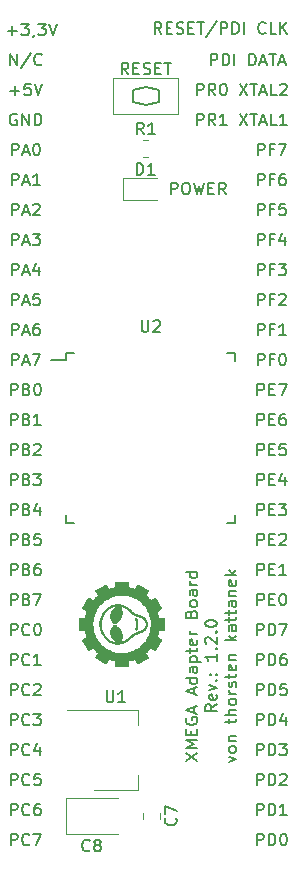
<source format=gbr>
G04 #@! TF.GenerationSoftware,KiCad,Pcbnew,5.1.7-a382d34a8~87~ubuntu20.04.1*
G04 #@! TF.CreationDate,2020-10-11T22:02:26+02:00*
G04 #@! TF.ProjectId,xmega_adapter_board,786d6567-615f-4616-9461-707465725f62,1.1.0*
G04 #@! TF.SameCoordinates,Original*
G04 #@! TF.FileFunction,Legend,Top*
G04 #@! TF.FilePolarity,Positive*
%FSLAX46Y46*%
G04 Gerber Fmt 4.6, Leading zero omitted, Abs format (unit mm)*
G04 Created by KiCad (PCBNEW 5.1.7-a382d34a8~87~ubuntu20.04.1) date 2020-10-11 22:02:26*
%MOMM*%
%LPD*%
G01*
G04 APERTURE LIST*
%ADD10C,0.150000*%
%ADD11C,0.120000*%
%ADD12C,0.010000*%
G04 APERTURE END LIST*
D10*
X199715619Y-70302380D02*
X199382285Y-69826190D01*
X199144190Y-70302380D02*
X199144190Y-69302380D01*
X199525142Y-69302380D01*
X199620380Y-69350000D01*
X199668000Y-69397619D01*
X199715619Y-69492857D01*
X199715619Y-69635714D01*
X199668000Y-69730952D01*
X199620380Y-69778571D01*
X199525142Y-69826190D01*
X199144190Y-69826190D01*
X200144190Y-69778571D02*
X200477523Y-69778571D01*
X200620380Y-70302380D02*
X200144190Y-70302380D01*
X200144190Y-69302380D01*
X200620380Y-69302380D01*
X201001333Y-70254761D02*
X201144190Y-70302380D01*
X201382285Y-70302380D01*
X201477523Y-70254761D01*
X201525142Y-70207142D01*
X201572761Y-70111904D01*
X201572761Y-70016666D01*
X201525142Y-69921428D01*
X201477523Y-69873809D01*
X201382285Y-69826190D01*
X201191809Y-69778571D01*
X201096571Y-69730952D01*
X201048952Y-69683333D01*
X201001333Y-69588095D01*
X201001333Y-69492857D01*
X201048952Y-69397619D01*
X201096571Y-69350000D01*
X201191809Y-69302380D01*
X201429904Y-69302380D01*
X201572761Y-69350000D01*
X202001333Y-69778571D02*
X202334666Y-69778571D01*
X202477523Y-70302380D02*
X202001333Y-70302380D01*
X202001333Y-69302380D01*
X202477523Y-69302380D01*
X202763238Y-69302380D02*
X203334666Y-69302380D01*
X203048952Y-70302380D02*
X203048952Y-69302380D01*
X189516000Y-66619428D02*
X190277904Y-66619428D01*
X189896952Y-67000380D02*
X189896952Y-66238476D01*
X190658857Y-66000380D02*
X191277904Y-66000380D01*
X190944571Y-66381333D01*
X191087428Y-66381333D01*
X191182666Y-66428952D01*
X191230285Y-66476571D01*
X191277904Y-66571809D01*
X191277904Y-66809904D01*
X191230285Y-66905142D01*
X191182666Y-66952761D01*
X191087428Y-67000380D01*
X190801714Y-67000380D01*
X190706476Y-66952761D01*
X190658857Y-66905142D01*
X191754095Y-66952761D02*
X191754095Y-67000380D01*
X191706476Y-67095619D01*
X191658857Y-67143238D01*
X192087428Y-66000380D02*
X192706476Y-66000380D01*
X192373142Y-66381333D01*
X192516000Y-66381333D01*
X192611238Y-66428952D01*
X192658857Y-66476571D01*
X192706476Y-66571809D01*
X192706476Y-66809904D01*
X192658857Y-66905142D01*
X192611238Y-66952761D01*
X192516000Y-67000380D01*
X192230285Y-67000380D01*
X192135047Y-66952761D01*
X192087428Y-66905142D01*
X192992190Y-66000380D02*
X193325523Y-67000380D01*
X193658857Y-66000380D01*
X203303476Y-80462380D02*
X203303476Y-79462380D01*
X203684428Y-79462380D01*
X203779666Y-79510000D01*
X203827285Y-79557619D01*
X203874904Y-79652857D01*
X203874904Y-79795714D01*
X203827285Y-79890952D01*
X203779666Y-79938571D01*
X203684428Y-79986190D01*
X203303476Y-79986190D01*
X204493952Y-79462380D02*
X204684428Y-79462380D01*
X204779666Y-79510000D01*
X204874904Y-79605238D01*
X204922523Y-79795714D01*
X204922523Y-80129047D01*
X204874904Y-80319523D01*
X204779666Y-80414761D01*
X204684428Y-80462380D01*
X204493952Y-80462380D01*
X204398714Y-80414761D01*
X204303476Y-80319523D01*
X204255857Y-80129047D01*
X204255857Y-79795714D01*
X204303476Y-79605238D01*
X204398714Y-79510000D01*
X204493952Y-79462380D01*
X205255857Y-79462380D02*
X205493952Y-80462380D01*
X205684428Y-79748095D01*
X205874904Y-80462380D01*
X206113000Y-79462380D01*
X206493952Y-79938571D02*
X206827285Y-79938571D01*
X206970142Y-80462380D02*
X206493952Y-80462380D01*
X206493952Y-79462380D01*
X206970142Y-79462380D01*
X207970142Y-80462380D02*
X207636809Y-79986190D01*
X207398714Y-80462380D02*
X207398714Y-79462380D01*
X207779666Y-79462380D01*
X207874904Y-79510000D01*
X207922523Y-79557619D01*
X207970142Y-79652857D01*
X207970142Y-79795714D01*
X207922523Y-79890952D01*
X207874904Y-79938571D01*
X207779666Y-79986190D01*
X207398714Y-79986190D01*
X204558380Y-128419809D02*
X205558380Y-127753142D01*
X204558380Y-127753142D02*
X205558380Y-128419809D01*
X205558380Y-127372190D02*
X204558380Y-127372190D01*
X205272666Y-127038857D01*
X204558380Y-126705523D01*
X205558380Y-126705523D01*
X205034571Y-126229333D02*
X205034571Y-125896000D01*
X205558380Y-125753142D02*
X205558380Y-126229333D01*
X204558380Y-126229333D01*
X204558380Y-125753142D01*
X204606000Y-124800761D02*
X204558380Y-124896000D01*
X204558380Y-125038857D01*
X204606000Y-125181714D01*
X204701238Y-125276952D01*
X204796476Y-125324571D01*
X204986952Y-125372190D01*
X205129809Y-125372190D01*
X205320285Y-125324571D01*
X205415523Y-125276952D01*
X205510761Y-125181714D01*
X205558380Y-125038857D01*
X205558380Y-124943619D01*
X205510761Y-124800761D01*
X205463142Y-124753142D01*
X205129809Y-124753142D01*
X205129809Y-124943619D01*
X205272666Y-124372190D02*
X205272666Y-123896000D01*
X205558380Y-124467428D02*
X204558380Y-124134095D01*
X205558380Y-123800761D01*
X205272666Y-122753142D02*
X205272666Y-122276952D01*
X205558380Y-122848380D02*
X204558380Y-122515047D01*
X205558380Y-122181714D01*
X205558380Y-121419809D02*
X204558380Y-121419809D01*
X205510761Y-121419809D02*
X205558380Y-121515047D01*
X205558380Y-121705523D01*
X205510761Y-121800761D01*
X205463142Y-121848380D01*
X205367904Y-121896000D01*
X205082190Y-121896000D01*
X204986952Y-121848380D01*
X204939333Y-121800761D01*
X204891714Y-121705523D01*
X204891714Y-121515047D01*
X204939333Y-121419809D01*
X205558380Y-120515047D02*
X205034571Y-120515047D01*
X204939333Y-120562666D01*
X204891714Y-120657904D01*
X204891714Y-120848380D01*
X204939333Y-120943619D01*
X205510761Y-120515047D02*
X205558380Y-120610285D01*
X205558380Y-120848380D01*
X205510761Y-120943619D01*
X205415523Y-120991238D01*
X205320285Y-120991238D01*
X205225047Y-120943619D01*
X205177428Y-120848380D01*
X205177428Y-120610285D01*
X205129809Y-120515047D01*
X204891714Y-120038857D02*
X205891714Y-120038857D01*
X204939333Y-120038857D02*
X204891714Y-119943619D01*
X204891714Y-119753142D01*
X204939333Y-119657904D01*
X204986952Y-119610285D01*
X205082190Y-119562666D01*
X205367904Y-119562666D01*
X205463142Y-119610285D01*
X205510761Y-119657904D01*
X205558380Y-119753142D01*
X205558380Y-119943619D01*
X205510761Y-120038857D01*
X204891714Y-119276952D02*
X204891714Y-118896000D01*
X204558380Y-119134095D02*
X205415523Y-119134095D01*
X205510761Y-119086476D01*
X205558380Y-118991238D01*
X205558380Y-118896000D01*
X205510761Y-118181714D02*
X205558380Y-118276952D01*
X205558380Y-118467428D01*
X205510761Y-118562666D01*
X205415523Y-118610285D01*
X205034571Y-118610285D01*
X204939333Y-118562666D01*
X204891714Y-118467428D01*
X204891714Y-118276952D01*
X204939333Y-118181714D01*
X205034571Y-118134095D01*
X205129809Y-118134095D01*
X205225047Y-118610285D01*
X205558380Y-117705523D02*
X204891714Y-117705523D01*
X205082190Y-117705523D02*
X204986952Y-117657904D01*
X204939333Y-117610285D01*
X204891714Y-117515047D01*
X204891714Y-117419809D01*
X205034571Y-115991238D02*
X205082190Y-115848380D01*
X205129809Y-115800761D01*
X205225047Y-115753142D01*
X205367904Y-115753142D01*
X205463142Y-115800761D01*
X205510761Y-115848380D01*
X205558380Y-115943619D01*
X205558380Y-116324571D01*
X204558380Y-116324571D01*
X204558380Y-115991238D01*
X204606000Y-115896000D01*
X204653619Y-115848380D01*
X204748857Y-115800761D01*
X204844095Y-115800761D01*
X204939333Y-115848380D01*
X204986952Y-115896000D01*
X205034571Y-115991238D01*
X205034571Y-116324571D01*
X205558380Y-115181714D02*
X205510761Y-115276952D01*
X205463142Y-115324571D01*
X205367904Y-115372190D01*
X205082190Y-115372190D01*
X204986952Y-115324571D01*
X204939333Y-115276952D01*
X204891714Y-115181714D01*
X204891714Y-115038857D01*
X204939333Y-114943619D01*
X204986952Y-114896000D01*
X205082190Y-114848380D01*
X205367904Y-114848380D01*
X205463142Y-114896000D01*
X205510761Y-114943619D01*
X205558380Y-115038857D01*
X205558380Y-115181714D01*
X205558380Y-113991238D02*
X205034571Y-113991238D01*
X204939333Y-114038857D01*
X204891714Y-114134095D01*
X204891714Y-114324571D01*
X204939333Y-114419809D01*
X205510761Y-113991238D02*
X205558380Y-114086476D01*
X205558380Y-114324571D01*
X205510761Y-114419809D01*
X205415523Y-114467428D01*
X205320285Y-114467428D01*
X205225047Y-114419809D01*
X205177428Y-114324571D01*
X205177428Y-114086476D01*
X205129809Y-113991238D01*
X205558380Y-113515047D02*
X204891714Y-113515047D01*
X205082190Y-113515047D02*
X204986952Y-113467428D01*
X204939333Y-113419809D01*
X204891714Y-113324571D01*
X204891714Y-113229333D01*
X205558380Y-112467428D02*
X204558380Y-112467428D01*
X205510761Y-112467428D02*
X205558380Y-112562666D01*
X205558380Y-112753142D01*
X205510761Y-112848380D01*
X205463142Y-112896000D01*
X205367904Y-112943619D01*
X205082190Y-112943619D01*
X204986952Y-112896000D01*
X204939333Y-112848380D01*
X204891714Y-112753142D01*
X204891714Y-112562666D01*
X204939333Y-112467428D01*
X207208380Y-123657904D02*
X206732190Y-123991238D01*
X207208380Y-124229333D02*
X206208380Y-124229333D01*
X206208380Y-123848380D01*
X206256000Y-123753142D01*
X206303619Y-123705523D01*
X206398857Y-123657904D01*
X206541714Y-123657904D01*
X206636952Y-123705523D01*
X206684571Y-123753142D01*
X206732190Y-123848380D01*
X206732190Y-124229333D01*
X207160761Y-122848380D02*
X207208380Y-122943619D01*
X207208380Y-123134095D01*
X207160761Y-123229333D01*
X207065523Y-123276952D01*
X206684571Y-123276952D01*
X206589333Y-123229333D01*
X206541714Y-123134095D01*
X206541714Y-122943619D01*
X206589333Y-122848380D01*
X206684571Y-122800761D01*
X206779809Y-122800761D01*
X206875047Y-123276952D01*
X206541714Y-122467428D02*
X207208380Y-122229333D01*
X206541714Y-121991238D01*
X207113142Y-121610285D02*
X207160761Y-121562666D01*
X207208380Y-121610285D01*
X207160761Y-121657904D01*
X207113142Y-121610285D01*
X207208380Y-121610285D01*
X207113142Y-121134095D02*
X207160761Y-121086476D01*
X207208380Y-121134095D01*
X207160761Y-121181714D01*
X207113142Y-121134095D01*
X207208380Y-121134095D01*
X206589333Y-121134095D02*
X206636952Y-121086476D01*
X206684571Y-121134095D01*
X206636952Y-121181714D01*
X206589333Y-121134095D01*
X206684571Y-121134095D01*
X207208380Y-119372190D02*
X207208380Y-119943619D01*
X207208380Y-119657904D02*
X206208380Y-119657904D01*
X206351238Y-119753142D01*
X206446476Y-119848380D01*
X206494095Y-119943619D01*
X207113142Y-118943619D02*
X207160761Y-118896000D01*
X207208380Y-118943619D01*
X207160761Y-118991238D01*
X207113142Y-118943619D01*
X207208380Y-118943619D01*
X206303619Y-118515047D02*
X206256000Y-118467428D01*
X206208380Y-118372190D01*
X206208380Y-118134095D01*
X206256000Y-118038857D01*
X206303619Y-117991238D01*
X206398857Y-117943619D01*
X206494095Y-117943619D01*
X206636952Y-117991238D01*
X207208380Y-118562666D01*
X207208380Y-117943619D01*
X207113142Y-117515047D02*
X207160761Y-117467428D01*
X207208380Y-117515047D01*
X207160761Y-117562666D01*
X207113142Y-117515047D01*
X207208380Y-117515047D01*
X206208380Y-116848380D02*
X206208380Y-116753142D01*
X206256000Y-116657904D01*
X206303619Y-116610285D01*
X206398857Y-116562666D01*
X206589333Y-116515047D01*
X206827428Y-116515047D01*
X207017904Y-116562666D01*
X207113142Y-116610285D01*
X207160761Y-116657904D01*
X207208380Y-116753142D01*
X207208380Y-116848380D01*
X207160761Y-116943619D01*
X207113142Y-116991238D01*
X207017904Y-117038857D01*
X206827428Y-117086476D01*
X206589333Y-117086476D01*
X206398857Y-117038857D01*
X206303619Y-116991238D01*
X206256000Y-116943619D01*
X206208380Y-116848380D01*
X208191714Y-128538857D02*
X208858380Y-128300761D01*
X208191714Y-128062666D01*
X208858380Y-127538857D02*
X208810761Y-127634095D01*
X208763142Y-127681714D01*
X208667904Y-127729333D01*
X208382190Y-127729333D01*
X208286952Y-127681714D01*
X208239333Y-127634095D01*
X208191714Y-127538857D01*
X208191714Y-127396000D01*
X208239333Y-127300761D01*
X208286952Y-127253142D01*
X208382190Y-127205523D01*
X208667904Y-127205523D01*
X208763142Y-127253142D01*
X208810761Y-127300761D01*
X208858380Y-127396000D01*
X208858380Y-127538857D01*
X208191714Y-126776952D02*
X208858380Y-126776952D01*
X208286952Y-126776952D02*
X208239333Y-126729333D01*
X208191714Y-126634095D01*
X208191714Y-126491238D01*
X208239333Y-126396000D01*
X208334571Y-126348380D01*
X208858380Y-126348380D01*
X208191714Y-125253142D02*
X208191714Y-124872190D01*
X207858380Y-125110285D02*
X208715523Y-125110285D01*
X208810761Y-125062666D01*
X208858380Y-124967428D01*
X208858380Y-124872190D01*
X208858380Y-124538857D02*
X207858380Y-124538857D01*
X208858380Y-124110285D02*
X208334571Y-124110285D01*
X208239333Y-124157904D01*
X208191714Y-124253142D01*
X208191714Y-124396000D01*
X208239333Y-124491238D01*
X208286952Y-124538857D01*
X208858380Y-123491238D02*
X208810761Y-123586476D01*
X208763142Y-123634095D01*
X208667904Y-123681714D01*
X208382190Y-123681714D01*
X208286952Y-123634095D01*
X208239333Y-123586476D01*
X208191714Y-123491238D01*
X208191714Y-123348380D01*
X208239333Y-123253142D01*
X208286952Y-123205523D01*
X208382190Y-123157904D01*
X208667904Y-123157904D01*
X208763142Y-123205523D01*
X208810761Y-123253142D01*
X208858380Y-123348380D01*
X208858380Y-123491238D01*
X208858380Y-122729333D02*
X208191714Y-122729333D01*
X208382190Y-122729333D02*
X208286952Y-122681714D01*
X208239333Y-122634095D01*
X208191714Y-122538857D01*
X208191714Y-122443619D01*
X208810761Y-122157904D02*
X208858380Y-122062666D01*
X208858380Y-121872190D01*
X208810761Y-121776952D01*
X208715523Y-121729333D01*
X208667904Y-121729333D01*
X208572666Y-121776952D01*
X208525047Y-121872190D01*
X208525047Y-122015047D01*
X208477428Y-122110285D01*
X208382190Y-122157904D01*
X208334571Y-122157904D01*
X208239333Y-122110285D01*
X208191714Y-122015047D01*
X208191714Y-121872190D01*
X208239333Y-121776952D01*
X208191714Y-121443619D02*
X208191714Y-121062666D01*
X207858380Y-121300761D02*
X208715523Y-121300761D01*
X208810761Y-121253142D01*
X208858380Y-121157904D01*
X208858380Y-121062666D01*
X208810761Y-120348380D02*
X208858380Y-120443619D01*
X208858380Y-120634095D01*
X208810761Y-120729333D01*
X208715523Y-120776952D01*
X208334571Y-120776952D01*
X208239333Y-120729333D01*
X208191714Y-120634095D01*
X208191714Y-120443619D01*
X208239333Y-120348380D01*
X208334571Y-120300761D01*
X208429809Y-120300761D01*
X208525047Y-120776952D01*
X208191714Y-119872190D02*
X208858380Y-119872190D01*
X208286952Y-119872190D02*
X208239333Y-119824571D01*
X208191714Y-119729333D01*
X208191714Y-119586476D01*
X208239333Y-119491238D01*
X208334571Y-119443619D01*
X208858380Y-119443619D01*
X208858380Y-118205523D02*
X207858380Y-118205523D01*
X208477428Y-118110285D02*
X208858380Y-117824571D01*
X208191714Y-117824571D02*
X208572666Y-118205523D01*
X208858380Y-116967428D02*
X208334571Y-116967428D01*
X208239333Y-117015047D01*
X208191714Y-117110285D01*
X208191714Y-117300761D01*
X208239333Y-117396000D01*
X208810761Y-116967428D02*
X208858380Y-117062666D01*
X208858380Y-117300761D01*
X208810761Y-117396000D01*
X208715523Y-117443619D01*
X208620285Y-117443619D01*
X208525047Y-117396000D01*
X208477428Y-117300761D01*
X208477428Y-117062666D01*
X208429809Y-116967428D01*
X208191714Y-116634095D02*
X208191714Y-116253142D01*
X207858380Y-116491238D02*
X208715523Y-116491238D01*
X208810761Y-116443619D01*
X208858380Y-116348380D01*
X208858380Y-116253142D01*
X208191714Y-116062666D02*
X208191714Y-115681714D01*
X207858380Y-115919809D02*
X208715523Y-115919809D01*
X208810761Y-115872190D01*
X208858380Y-115776952D01*
X208858380Y-115681714D01*
X208858380Y-114919809D02*
X208334571Y-114919809D01*
X208239333Y-114967428D01*
X208191714Y-115062666D01*
X208191714Y-115253142D01*
X208239333Y-115348380D01*
X208810761Y-114919809D02*
X208858380Y-115015047D01*
X208858380Y-115253142D01*
X208810761Y-115348380D01*
X208715523Y-115396000D01*
X208620285Y-115396000D01*
X208525047Y-115348380D01*
X208477428Y-115253142D01*
X208477428Y-115015047D01*
X208429809Y-114919809D01*
X208191714Y-114443619D02*
X208858380Y-114443619D01*
X208286952Y-114443619D02*
X208239333Y-114396000D01*
X208191714Y-114300761D01*
X208191714Y-114157904D01*
X208239333Y-114062666D01*
X208334571Y-114015047D01*
X208858380Y-114015047D01*
X208810761Y-113157904D02*
X208858380Y-113253142D01*
X208858380Y-113443619D01*
X208810761Y-113538857D01*
X208715523Y-113586476D01*
X208334571Y-113586476D01*
X208239333Y-113538857D01*
X208191714Y-113443619D01*
X208191714Y-113253142D01*
X208239333Y-113157904D01*
X208334571Y-113110285D01*
X208429809Y-113110285D01*
X208525047Y-113586476D01*
X208858380Y-112681714D02*
X207858380Y-112681714D01*
X208477428Y-112586476D02*
X208858380Y-112300761D01*
X208191714Y-112300761D02*
X208572666Y-112681714D01*
X210597904Y-135580380D02*
X210597904Y-134580380D01*
X210978857Y-134580380D01*
X211074095Y-134628000D01*
X211121714Y-134675619D01*
X211169333Y-134770857D01*
X211169333Y-134913714D01*
X211121714Y-135008952D01*
X211074095Y-135056571D01*
X210978857Y-135104190D01*
X210597904Y-135104190D01*
X211597904Y-135580380D02*
X211597904Y-134580380D01*
X211836000Y-134580380D01*
X211978857Y-134628000D01*
X212074095Y-134723238D01*
X212121714Y-134818476D01*
X212169333Y-135008952D01*
X212169333Y-135151809D01*
X212121714Y-135342285D01*
X212074095Y-135437523D01*
X211978857Y-135532761D01*
X211836000Y-135580380D01*
X211597904Y-135580380D01*
X212788380Y-134580380D02*
X212883619Y-134580380D01*
X212978857Y-134628000D01*
X213026476Y-134675619D01*
X213074095Y-134770857D01*
X213121714Y-134961333D01*
X213121714Y-135199428D01*
X213074095Y-135389904D01*
X213026476Y-135485142D01*
X212978857Y-135532761D01*
X212883619Y-135580380D01*
X212788380Y-135580380D01*
X212693142Y-135532761D01*
X212645523Y-135485142D01*
X212597904Y-135389904D01*
X212550285Y-135199428D01*
X212550285Y-134961333D01*
X212597904Y-134770857D01*
X212645523Y-134675619D01*
X212693142Y-134628000D01*
X212788380Y-134580380D01*
X210597904Y-133040380D02*
X210597904Y-132040380D01*
X210978857Y-132040380D01*
X211074095Y-132088000D01*
X211121714Y-132135619D01*
X211169333Y-132230857D01*
X211169333Y-132373714D01*
X211121714Y-132468952D01*
X211074095Y-132516571D01*
X210978857Y-132564190D01*
X210597904Y-132564190D01*
X211597904Y-133040380D02*
X211597904Y-132040380D01*
X211836000Y-132040380D01*
X211978857Y-132088000D01*
X212074095Y-132183238D01*
X212121714Y-132278476D01*
X212169333Y-132468952D01*
X212169333Y-132611809D01*
X212121714Y-132802285D01*
X212074095Y-132897523D01*
X211978857Y-132992761D01*
X211836000Y-133040380D01*
X211597904Y-133040380D01*
X213121714Y-133040380D02*
X212550285Y-133040380D01*
X212836000Y-133040380D02*
X212836000Y-132040380D01*
X212740761Y-132183238D01*
X212645523Y-132278476D01*
X212550285Y-132326095D01*
X210597904Y-130500380D02*
X210597904Y-129500380D01*
X210978857Y-129500380D01*
X211074095Y-129548000D01*
X211121714Y-129595619D01*
X211169333Y-129690857D01*
X211169333Y-129833714D01*
X211121714Y-129928952D01*
X211074095Y-129976571D01*
X210978857Y-130024190D01*
X210597904Y-130024190D01*
X211597904Y-130500380D02*
X211597904Y-129500380D01*
X211836000Y-129500380D01*
X211978857Y-129548000D01*
X212074095Y-129643238D01*
X212121714Y-129738476D01*
X212169333Y-129928952D01*
X212169333Y-130071809D01*
X212121714Y-130262285D01*
X212074095Y-130357523D01*
X211978857Y-130452761D01*
X211836000Y-130500380D01*
X211597904Y-130500380D01*
X212550285Y-129595619D02*
X212597904Y-129548000D01*
X212693142Y-129500380D01*
X212931238Y-129500380D01*
X213026476Y-129548000D01*
X213074095Y-129595619D01*
X213121714Y-129690857D01*
X213121714Y-129786095D01*
X213074095Y-129928952D01*
X212502666Y-130500380D01*
X213121714Y-130500380D01*
X210597904Y-127960380D02*
X210597904Y-126960380D01*
X210978857Y-126960380D01*
X211074095Y-127008000D01*
X211121714Y-127055619D01*
X211169333Y-127150857D01*
X211169333Y-127293714D01*
X211121714Y-127388952D01*
X211074095Y-127436571D01*
X210978857Y-127484190D01*
X210597904Y-127484190D01*
X211597904Y-127960380D02*
X211597904Y-126960380D01*
X211836000Y-126960380D01*
X211978857Y-127008000D01*
X212074095Y-127103238D01*
X212121714Y-127198476D01*
X212169333Y-127388952D01*
X212169333Y-127531809D01*
X212121714Y-127722285D01*
X212074095Y-127817523D01*
X211978857Y-127912761D01*
X211836000Y-127960380D01*
X211597904Y-127960380D01*
X212502666Y-126960380D02*
X213121714Y-126960380D01*
X212788380Y-127341333D01*
X212931238Y-127341333D01*
X213026476Y-127388952D01*
X213074095Y-127436571D01*
X213121714Y-127531809D01*
X213121714Y-127769904D01*
X213074095Y-127865142D01*
X213026476Y-127912761D01*
X212931238Y-127960380D01*
X212645523Y-127960380D01*
X212550285Y-127912761D01*
X212502666Y-127865142D01*
X210597904Y-125420380D02*
X210597904Y-124420380D01*
X210978857Y-124420380D01*
X211074095Y-124468000D01*
X211121714Y-124515619D01*
X211169333Y-124610857D01*
X211169333Y-124753714D01*
X211121714Y-124848952D01*
X211074095Y-124896571D01*
X210978857Y-124944190D01*
X210597904Y-124944190D01*
X211597904Y-125420380D02*
X211597904Y-124420380D01*
X211836000Y-124420380D01*
X211978857Y-124468000D01*
X212074095Y-124563238D01*
X212121714Y-124658476D01*
X212169333Y-124848952D01*
X212169333Y-124991809D01*
X212121714Y-125182285D01*
X212074095Y-125277523D01*
X211978857Y-125372761D01*
X211836000Y-125420380D01*
X211597904Y-125420380D01*
X213026476Y-124753714D02*
X213026476Y-125420380D01*
X212788380Y-124372761D02*
X212550285Y-125087047D01*
X213169333Y-125087047D01*
X210597904Y-122880380D02*
X210597904Y-121880380D01*
X210978857Y-121880380D01*
X211074095Y-121928000D01*
X211121714Y-121975619D01*
X211169333Y-122070857D01*
X211169333Y-122213714D01*
X211121714Y-122308952D01*
X211074095Y-122356571D01*
X210978857Y-122404190D01*
X210597904Y-122404190D01*
X211597904Y-122880380D02*
X211597904Y-121880380D01*
X211836000Y-121880380D01*
X211978857Y-121928000D01*
X212074095Y-122023238D01*
X212121714Y-122118476D01*
X212169333Y-122308952D01*
X212169333Y-122451809D01*
X212121714Y-122642285D01*
X212074095Y-122737523D01*
X211978857Y-122832761D01*
X211836000Y-122880380D01*
X211597904Y-122880380D01*
X213074095Y-121880380D02*
X212597904Y-121880380D01*
X212550285Y-122356571D01*
X212597904Y-122308952D01*
X212693142Y-122261333D01*
X212931238Y-122261333D01*
X213026476Y-122308952D01*
X213074095Y-122356571D01*
X213121714Y-122451809D01*
X213121714Y-122689904D01*
X213074095Y-122785142D01*
X213026476Y-122832761D01*
X212931238Y-122880380D01*
X212693142Y-122880380D01*
X212597904Y-122832761D01*
X212550285Y-122785142D01*
X210597904Y-120340380D02*
X210597904Y-119340380D01*
X210978857Y-119340380D01*
X211074095Y-119388000D01*
X211121714Y-119435619D01*
X211169333Y-119530857D01*
X211169333Y-119673714D01*
X211121714Y-119768952D01*
X211074095Y-119816571D01*
X210978857Y-119864190D01*
X210597904Y-119864190D01*
X211597904Y-120340380D02*
X211597904Y-119340380D01*
X211836000Y-119340380D01*
X211978857Y-119388000D01*
X212074095Y-119483238D01*
X212121714Y-119578476D01*
X212169333Y-119768952D01*
X212169333Y-119911809D01*
X212121714Y-120102285D01*
X212074095Y-120197523D01*
X211978857Y-120292761D01*
X211836000Y-120340380D01*
X211597904Y-120340380D01*
X213026476Y-119340380D02*
X212836000Y-119340380D01*
X212740761Y-119388000D01*
X212693142Y-119435619D01*
X212597904Y-119578476D01*
X212550285Y-119768952D01*
X212550285Y-120149904D01*
X212597904Y-120245142D01*
X212645523Y-120292761D01*
X212740761Y-120340380D01*
X212931238Y-120340380D01*
X213026476Y-120292761D01*
X213074095Y-120245142D01*
X213121714Y-120149904D01*
X213121714Y-119911809D01*
X213074095Y-119816571D01*
X213026476Y-119768952D01*
X212931238Y-119721333D01*
X212740761Y-119721333D01*
X212645523Y-119768952D01*
X212597904Y-119816571D01*
X212550285Y-119911809D01*
X210597904Y-117800380D02*
X210597904Y-116800380D01*
X210978857Y-116800380D01*
X211074095Y-116848000D01*
X211121714Y-116895619D01*
X211169333Y-116990857D01*
X211169333Y-117133714D01*
X211121714Y-117228952D01*
X211074095Y-117276571D01*
X210978857Y-117324190D01*
X210597904Y-117324190D01*
X211597904Y-117800380D02*
X211597904Y-116800380D01*
X211836000Y-116800380D01*
X211978857Y-116848000D01*
X212074095Y-116943238D01*
X212121714Y-117038476D01*
X212169333Y-117228952D01*
X212169333Y-117371809D01*
X212121714Y-117562285D01*
X212074095Y-117657523D01*
X211978857Y-117752761D01*
X211836000Y-117800380D01*
X211597904Y-117800380D01*
X212502666Y-116800380D02*
X213169333Y-116800380D01*
X212740761Y-117800380D01*
X210645523Y-115260380D02*
X210645523Y-114260380D01*
X211026476Y-114260380D01*
X211121714Y-114308000D01*
X211169333Y-114355619D01*
X211216952Y-114450857D01*
X211216952Y-114593714D01*
X211169333Y-114688952D01*
X211121714Y-114736571D01*
X211026476Y-114784190D01*
X210645523Y-114784190D01*
X211645523Y-114736571D02*
X211978857Y-114736571D01*
X212121714Y-115260380D02*
X211645523Y-115260380D01*
X211645523Y-114260380D01*
X212121714Y-114260380D01*
X212740761Y-114260380D02*
X212836000Y-114260380D01*
X212931238Y-114308000D01*
X212978857Y-114355619D01*
X213026476Y-114450857D01*
X213074095Y-114641333D01*
X213074095Y-114879428D01*
X213026476Y-115069904D01*
X212978857Y-115165142D01*
X212931238Y-115212761D01*
X212836000Y-115260380D01*
X212740761Y-115260380D01*
X212645523Y-115212761D01*
X212597904Y-115165142D01*
X212550285Y-115069904D01*
X212502666Y-114879428D01*
X212502666Y-114641333D01*
X212550285Y-114450857D01*
X212597904Y-114355619D01*
X212645523Y-114308000D01*
X212740761Y-114260380D01*
X210645523Y-112720380D02*
X210645523Y-111720380D01*
X211026476Y-111720380D01*
X211121714Y-111768000D01*
X211169333Y-111815619D01*
X211216952Y-111910857D01*
X211216952Y-112053714D01*
X211169333Y-112148952D01*
X211121714Y-112196571D01*
X211026476Y-112244190D01*
X210645523Y-112244190D01*
X211645523Y-112196571D02*
X211978857Y-112196571D01*
X212121714Y-112720380D02*
X211645523Y-112720380D01*
X211645523Y-111720380D01*
X212121714Y-111720380D01*
X213074095Y-112720380D02*
X212502666Y-112720380D01*
X212788380Y-112720380D02*
X212788380Y-111720380D01*
X212693142Y-111863238D01*
X212597904Y-111958476D01*
X212502666Y-112006095D01*
X210645523Y-110180380D02*
X210645523Y-109180380D01*
X211026476Y-109180380D01*
X211121714Y-109228000D01*
X211169333Y-109275619D01*
X211216952Y-109370857D01*
X211216952Y-109513714D01*
X211169333Y-109608952D01*
X211121714Y-109656571D01*
X211026476Y-109704190D01*
X210645523Y-109704190D01*
X211645523Y-109656571D02*
X211978857Y-109656571D01*
X212121714Y-110180380D02*
X211645523Y-110180380D01*
X211645523Y-109180380D01*
X212121714Y-109180380D01*
X212502666Y-109275619D02*
X212550285Y-109228000D01*
X212645523Y-109180380D01*
X212883619Y-109180380D01*
X212978857Y-109228000D01*
X213026476Y-109275619D01*
X213074095Y-109370857D01*
X213074095Y-109466095D01*
X213026476Y-109608952D01*
X212455047Y-110180380D01*
X213074095Y-110180380D01*
X210645523Y-107640380D02*
X210645523Y-106640380D01*
X211026476Y-106640380D01*
X211121714Y-106688000D01*
X211169333Y-106735619D01*
X211216952Y-106830857D01*
X211216952Y-106973714D01*
X211169333Y-107068952D01*
X211121714Y-107116571D01*
X211026476Y-107164190D01*
X210645523Y-107164190D01*
X211645523Y-107116571D02*
X211978857Y-107116571D01*
X212121714Y-107640380D02*
X211645523Y-107640380D01*
X211645523Y-106640380D01*
X212121714Y-106640380D01*
X212455047Y-106640380D02*
X213074095Y-106640380D01*
X212740761Y-107021333D01*
X212883619Y-107021333D01*
X212978857Y-107068952D01*
X213026476Y-107116571D01*
X213074095Y-107211809D01*
X213074095Y-107449904D01*
X213026476Y-107545142D01*
X212978857Y-107592761D01*
X212883619Y-107640380D01*
X212597904Y-107640380D01*
X212502666Y-107592761D01*
X212455047Y-107545142D01*
X210645523Y-105100380D02*
X210645523Y-104100380D01*
X211026476Y-104100380D01*
X211121714Y-104148000D01*
X211169333Y-104195619D01*
X211216952Y-104290857D01*
X211216952Y-104433714D01*
X211169333Y-104528952D01*
X211121714Y-104576571D01*
X211026476Y-104624190D01*
X210645523Y-104624190D01*
X211645523Y-104576571D02*
X211978857Y-104576571D01*
X212121714Y-105100380D02*
X211645523Y-105100380D01*
X211645523Y-104100380D01*
X212121714Y-104100380D01*
X212978857Y-104433714D02*
X212978857Y-105100380D01*
X212740761Y-104052761D02*
X212502666Y-104767047D01*
X213121714Y-104767047D01*
X210645523Y-102560380D02*
X210645523Y-101560380D01*
X211026476Y-101560380D01*
X211121714Y-101608000D01*
X211169333Y-101655619D01*
X211216952Y-101750857D01*
X211216952Y-101893714D01*
X211169333Y-101988952D01*
X211121714Y-102036571D01*
X211026476Y-102084190D01*
X210645523Y-102084190D01*
X211645523Y-102036571D02*
X211978857Y-102036571D01*
X212121714Y-102560380D02*
X211645523Y-102560380D01*
X211645523Y-101560380D01*
X212121714Y-101560380D01*
X213026476Y-101560380D02*
X212550285Y-101560380D01*
X212502666Y-102036571D01*
X212550285Y-101988952D01*
X212645523Y-101941333D01*
X212883619Y-101941333D01*
X212978857Y-101988952D01*
X213026476Y-102036571D01*
X213074095Y-102131809D01*
X213074095Y-102369904D01*
X213026476Y-102465142D01*
X212978857Y-102512761D01*
X212883619Y-102560380D01*
X212645523Y-102560380D01*
X212550285Y-102512761D01*
X212502666Y-102465142D01*
X210645523Y-100020380D02*
X210645523Y-99020380D01*
X211026476Y-99020380D01*
X211121714Y-99068000D01*
X211169333Y-99115619D01*
X211216952Y-99210857D01*
X211216952Y-99353714D01*
X211169333Y-99448952D01*
X211121714Y-99496571D01*
X211026476Y-99544190D01*
X210645523Y-99544190D01*
X211645523Y-99496571D02*
X211978857Y-99496571D01*
X212121714Y-100020380D02*
X211645523Y-100020380D01*
X211645523Y-99020380D01*
X212121714Y-99020380D01*
X212978857Y-99020380D02*
X212788380Y-99020380D01*
X212693142Y-99068000D01*
X212645523Y-99115619D01*
X212550285Y-99258476D01*
X212502666Y-99448952D01*
X212502666Y-99829904D01*
X212550285Y-99925142D01*
X212597904Y-99972761D01*
X212693142Y-100020380D01*
X212883619Y-100020380D01*
X212978857Y-99972761D01*
X213026476Y-99925142D01*
X213074095Y-99829904D01*
X213074095Y-99591809D01*
X213026476Y-99496571D01*
X212978857Y-99448952D01*
X212883619Y-99401333D01*
X212693142Y-99401333D01*
X212597904Y-99448952D01*
X212550285Y-99496571D01*
X212502666Y-99591809D01*
X210645523Y-97480380D02*
X210645523Y-96480380D01*
X211026476Y-96480380D01*
X211121714Y-96528000D01*
X211169333Y-96575619D01*
X211216952Y-96670857D01*
X211216952Y-96813714D01*
X211169333Y-96908952D01*
X211121714Y-96956571D01*
X211026476Y-97004190D01*
X210645523Y-97004190D01*
X211645523Y-96956571D02*
X211978857Y-96956571D01*
X212121714Y-97480380D02*
X211645523Y-97480380D01*
X211645523Y-96480380D01*
X212121714Y-96480380D01*
X212455047Y-96480380D02*
X213121714Y-96480380D01*
X212693142Y-97480380D01*
X210669333Y-94940380D02*
X210669333Y-93940380D01*
X211050285Y-93940380D01*
X211145523Y-93988000D01*
X211193142Y-94035619D01*
X211240761Y-94130857D01*
X211240761Y-94273714D01*
X211193142Y-94368952D01*
X211145523Y-94416571D01*
X211050285Y-94464190D01*
X210669333Y-94464190D01*
X212002666Y-94416571D02*
X211669333Y-94416571D01*
X211669333Y-94940380D02*
X211669333Y-93940380D01*
X212145523Y-93940380D01*
X212716952Y-93940380D02*
X212812190Y-93940380D01*
X212907428Y-93988000D01*
X212955047Y-94035619D01*
X213002666Y-94130857D01*
X213050285Y-94321333D01*
X213050285Y-94559428D01*
X213002666Y-94749904D01*
X212955047Y-94845142D01*
X212907428Y-94892761D01*
X212812190Y-94940380D01*
X212716952Y-94940380D01*
X212621714Y-94892761D01*
X212574095Y-94845142D01*
X212526476Y-94749904D01*
X212478857Y-94559428D01*
X212478857Y-94321333D01*
X212526476Y-94130857D01*
X212574095Y-94035619D01*
X212621714Y-93988000D01*
X212716952Y-93940380D01*
X210669333Y-92400380D02*
X210669333Y-91400380D01*
X211050285Y-91400380D01*
X211145523Y-91448000D01*
X211193142Y-91495619D01*
X211240761Y-91590857D01*
X211240761Y-91733714D01*
X211193142Y-91828952D01*
X211145523Y-91876571D01*
X211050285Y-91924190D01*
X210669333Y-91924190D01*
X212002666Y-91876571D02*
X211669333Y-91876571D01*
X211669333Y-92400380D02*
X211669333Y-91400380D01*
X212145523Y-91400380D01*
X213050285Y-92400380D02*
X212478857Y-92400380D01*
X212764571Y-92400380D02*
X212764571Y-91400380D01*
X212669333Y-91543238D01*
X212574095Y-91638476D01*
X212478857Y-91686095D01*
X210669333Y-89860380D02*
X210669333Y-88860380D01*
X211050285Y-88860380D01*
X211145523Y-88908000D01*
X211193142Y-88955619D01*
X211240761Y-89050857D01*
X211240761Y-89193714D01*
X211193142Y-89288952D01*
X211145523Y-89336571D01*
X211050285Y-89384190D01*
X210669333Y-89384190D01*
X212002666Y-89336571D02*
X211669333Y-89336571D01*
X211669333Y-89860380D02*
X211669333Y-88860380D01*
X212145523Y-88860380D01*
X212478857Y-88955619D02*
X212526476Y-88908000D01*
X212621714Y-88860380D01*
X212859809Y-88860380D01*
X212955047Y-88908000D01*
X213002666Y-88955619D01*
X213050285Y-89050857D01*
X213050285Y-89146095D01*
X213002666Y-89288952D01*
X212431238Y-89860380D01*
X213050285Y-89860380D01*
X210669333Y-87320380D02*
X210669333Y-86320380D01*
X211050285Y-86320380D01*
X211145523Y-86368000D01*
X211193142Y-86415619D01*
X211240761Y-86510857D01*
X211240761Y-86653714D01*
X211193142Y-86748952D01*
X211145523Y-86796571D01*
X211050285Y-86844190D01*
X210669333Y-86844190D01*
X212002666Y-86796571D02*
X211669333Y-86796571D01*
X211669333Y-87320380D02*
X211669333Y-86320380D01*
X212145523Y-86320380D01*
X212431238Y-86320380D02*
X213050285Y-86320380D01*
X212716952Y-86701333D01*
X212859809Y-86701333D01*
X212955047Y-86748952D01*
X213002666Y-86796571D01*
X213050285Y-86891809D01*
X213050285Y-87129904D01*
X213002666Y-87225142D01*
X212955047Y-87272761D01*
X212859809Y-87320380D01*
X212574095Y-87320380D01*
X212478857Y-87272761D01*
X212431238Y-87225142D01*
X210669333Y-84780380D02*
X210669333Y-83780380D01*
X211050285Y-83780380D01*
X211145523Y-83828000D01*
X211193142Y-83875619D01*
X211240761Y-83970857D01*
X211240761Y-84113714D01*
X211193142Y-84208952D01*
X211145523Y-84256571D01*
X211050285Y-84304190D01*
X210669333Y-84304190D01*
X212002666Y-84256571D02*
X211669333Y-84256571D01*
X211669333Y-84780380D02*
X211669333Y-83780380D01*
X212145523Y-83780380D01*
X212955047Y-84113714D02*
X212955047Y-84780380D01*
X212716952Y-83732761D02*
X212478857Y-84447047D01*
X213097904Y-84447047D01*
X210669333Y-82240380D02*
X210669333Y-81240380D01*
X211050285Y-81240380D01*
X211145523Y-81288000D01*
X211193142Y-81335619D01*
X211240761Y-81430857D01*
X211240761Y-81573714D01*
X211193142Y-81668952D01*
X211145523Y-81716571D01*
X211050285Y-81764190D01*
X210669333Y-81764190D01*
X212002666Y-81716571D02*
X211669333Y-81716571D01*
X211669333Y-82240380D02*
X211669333Y-81240380D01*
X212145523Y-81240380D01*
X213002666Y-81240380D02*
X212526476Y-81240380D01*
X212478857Y-81716571D01*
X212526476Y-81668952D01*
X212621714Y-81621333D01*
X212859809Y-81621333D01*
X212955047Y-81668952D01*
X213002666Y-81716571D01*
X213050285Y-81811809D01*
X213050285Y-82049904D01*
X213002666Y-82145142D01*
X212955047Y-82192761D01*
X212859809Y-82240380D01*
X212621714Y-82240380D01*
X212526476Y-82192761D01*
X212478857Y-82145142D01*
X210669333Y-79700380D02*
X210669333Y-78700380D01*
X211050285Y-78700380D01*
X211145523Y-78748000D01*
X211193142Y-78795619D01*
X211240761Y-78890857D01*
X211240761Y-79033714D01*
X211193142Y-79128952D01*
X211145523Y-79176571D01*
X211050285Y-79224190D01*
X210669333Y-79224190D01*
X212002666Y-79176571D02*
X211669333Y-79176571D01*
X211669333Y-79700380D02*
X211669333Y-78700380D01*
X212145523Y-78700380D01*
X212955047Y-78700380D02*
X212764571Y-78700380D01*
X212669333Y-78748000D01*
X212621714Y-78795619D01*
X212526476Y-78938476D01*
X212478857Y-79128952D01*
X212478857Y-79509904D01*
X212526476Y-79605142D01*
X212574095Y-79652761D01*
X212669333Y-79700380D01*
X212859809Y-79700380D01*
X212955047Y-79652761D01*
X213002666Y-79605142D01*
X213050285Y-79509904D01*
X213050285Y-79271809D01*
X213002666Y-79176571D01*
X212955047Y-79128952D01*
X212859809Y-79081333D01*
X212669333Y-79081333D01*
X212574095Y-79128952D01*
X212526476Y-79176571D01*
X212478857Y-79271809D01*
X210669333Y-77160380D02*
X210669333Y-76160380D01*
X211050285Y-76160380D01*
X211145523Y-76208000D01*
X211193142Y-76255619D01*
X211240761Y-76350857D01*
X211240761Y-76493714D01*
X211193142Y-76588952D01*
X211145523Y-76636571D01*
X211050285Y-76684190D01*
X210669333Y-76684190D01*
X212002666Y-76636571D02*
X211669333Y-76636571D01*
X211669333Y-77160380D02*
X211669333Y-76160380D01*
X212145523Y-76160380D01*
X212431238Y-76160380D02*
X213097904Y-76160380D01*
X212669333Y-77160380D01*
X205510285Y-74620380D02*
X205510285Y-73620380D01*
X205891238Y-73620380D01*
X205986476Y-73668000D01*
X206034095Y-73715619D01*
X206081714Y-73810857D01*
X206081714Y-73953714D01*
X206034095Y-74048952D01*
X205986476Y-74096571D01*
X205891238Y-74144190D01*
X205510285Y-74144190D01*
X207081714Y-74620380D02*
X206748380Y-74144190D01*
X206510285Y-74620380D02*
X206510285Y-73620380D01*
X206891238Y-73620380D01*
X206986476Y-73668000D01*
X207034095Y-73715619D01*
X207081714Y-73810857D01*
X207081714Y-73953714D01*
X207034095Y-74048952D01*
X206986476Y-74096571D01*
X206891238Y-74144190D01*
X206510285Y-74144190D01*
X208034095Y-74620380D02*
X207462666Y-74620380D01*
X207748380Y-74620380D02*
X207748380Y-73620380D01*
X207653142Y-73763238D01*
X207557904Y-73858476D01*
X207462666Y-73906095D01*
X209129333Y-73620380D02*
X209796000Y-74620380D01*
X209796000Y-73620380D02*
X209129333Y-74620380D01*
X210034095Y-73620380D02*
X210605523Y-73620380D01*
X210319809Y-74620380D02*
X210319809Y-73620380D01*
X210891238Y-74334666D02*
X211367428Y-74334666D01*
X210796000Y-74620380D02*
X211129333Y-73620380D01*
X211462666Y-74620380D01*
X212272190Y-74620380D02*
X211796000Y-74620380D01*
X211796000Y-73620380D01*
X213129333Y-74620380D02*
X212557904Y-74620380D01*
X212843619Y-74620380D02*
X212843619Y-73620380D01*
X212748380Y-73763238D01*
X212653142Y-73858476D01*
X212557904Y-73906095D01*
X205510285Y-72080380D02*
X205510285Y-71080380D01*
X205891238Y-71080380D01*
X205986476Y-71128000D01*
X206034095Y-71175619D01*
X206081714Y-71270857D01*
X206081714Y-71413714D01*
X206034095Y-71508952D01*
X205986476Y-71556571D01*
X205891238Y-71604190D01*
X205510285Y-71604190D01*
X207081714Y-72080380D02*
X206748380Y-71604190D01*
X206510285Y-72080380D02*
X206510285Y-71080380D01*
X206891238Y-71080380D01*
X206986476Y-71128000D01*
X207034095Y-71175619D01*
X207081714Y-71270857D01*
X207081714Y-71413714D01*
X207034095Y-71508952D01*
X206986476Y-71556571D01*
X206891238Y-71604190D01*
X206510285Y-71604190D01*
X207700761Y-71080380D02*
X207796000Y-71080380D01*
X207891238Y-71128000D01*
X207938857Y-71175619D01*
X207986476Y-71270857D01*
X208034095Y-71461333D01*
X208034095Y-71699428D01*
X207986476Y-71889904D01*
X207938857Y-71985142D01*
X207891238Y-72032761D01*
X207796000Y-72080380D01*
X207700761Y-72080380D01*
X207605523Y-72032761D01*
X207557904Y-71985142D01*
X207510285Y-71889904D01*
X207462666Y-71699428D01*
X207462666Y-71461333D01*
X207510285Y-71270857D01*
X207557904Y-71175619D01*
X207605523Y-71128000D01*
X207700761Y-71080380D01*
X209129333Y-71080380D02*
X209796000Y-72080380D01*
X209796000Y-71080380D02*
X209129333Y-72080380D01*
X210034095Y-71080380D02*
X210605523Y-71080380D01*
X210319809Y-72080380D02*
X210319809Y-71080380D01*
X210891238Y-71794666D02*
X211367428Y-71794666D01*
X210796000Y-72080380D02*
X211129333Y-71080380D01*
X211462666Y-72080380D01*
X212272190Y-72080380D02*
X211796000Y-72080380D01*
X211796000Y-71080380D01*
X212557904Y-71175619D02*
X212605523Y-71128000D01*
X212700761Y-71080380D01*
X212938857Y-71080380D01*
X213034095Y-71128000D01*
X213081714Y-71175619D01*
X213129333Y-71270857D01*
X213129333Y-71366095D01*
X213081714Y-71508952D01*
X212510285Y-72080380D01*
X213129333Y-72080380D01*
X206684952Y-69540380D02*
X206684952Y-68540380D01*
X207065904Y-68540380D01*
X207161142Y-68588000D01*
X207208761Y-68635619D01*
X207256380Y-68730857D01*
X207256380Y-68873714D01*
X207208761Y-68968952D01*
X207161142Y-69016571D01*
X207065904Y-69064190D01*
X206684952Y-69064190D01*
X207684952Y-69540380D02*
X207684952Y-68540380D01*
X207923047Y-68540380D01*
X208065904Y-68588000D01*
X208161142Y-68683238D01*
X208208761Y-68778476D01*
X208256380Y-68968952D01*
X208256380Y-69111809D01*
X208208761Y-69302285D01*
X208161142Y-69397523D01*
X208065904Y-69492761D01*
X207923047Y-69540380D01*
X207684952Y-69540380D01*
X208684952Y-69540380D02*
X208684952Y-68540380D01*
X209923047Y-69540380D02*
X209923047Y-68540380D01*
X210161142Y-68540380D01*
X210304000Y-68588000D01*
X210399238Y-68683238D01*
X210446857Y-68778476D01*
X210494476Y-68968952D01*
X210494476Y-69111809D01*
X210446857Y-69302285D01*
X210399238Y-69397523D01*
X210304000Y-69492761D01*
X210161142Y-69540380D01*
X209923047Y-69540380D01*
X210875428Y-69254666D02*
X211351619Y-69254666D01*
X210780190Y-69540380D02*
X211113523Y-68540380D01*
X211446857Y-69540380D01*
X211637333Y-68540380D02*
X212208761Y-68540380D01*
X211923047Y-69540380D02*
X211923047Y-68540380D01*
X212494476Y-69254666D02*
X212970666Y-69254666D01*
X212399238Y-69540380D02*
X212732571Y-68540380D01*
X213065904Y-69540380D01*
X202518000Y-66873380D02*
X202184666Y-66397190D01*
X201946571Y-66873380D02*
X201946571Y-65873380D01*
X202327523Y-65873380D01*
X202422761Y-65921000D01*
X202470380Y-65968619D01*
X202518000Y-66063857D01*
X202518000Y-66206714D01*
X202470380Y-66301952D01*
X202422761Y-66349571D01*
X202327523Y-66397190D01*
X201946571Y-66397190D01*
X202946571Y-66349571D02*
X203279904Y-66349571D01*
X203422761Y-66873380D02*
X202946571Y-66873380D01*
X202946571Y-65873380D01*
X203422761Y-65873380D01*
X203803714Y-66825761D02*
X203946571Y-66873380D01*
X204184666Y-66873380D01*
X204279904Y-66825761D01*
X204327523Y-66778142D01*
X204375142Y-66682904D01*
X204375142Y-66587666D01*
X204327523Y-66492428D01*
X204279904Y-66444809D01*
X204184666Y-66397190D01*
X203994190Y-66349571D01*
X203898952Y-66301952D01*
X203851333Y-66254333D01*
X203803714Y-66159095D01*
X203803714Y-66063857D01*
X203851333Y-65968619D01*
X203898952Y-65921000D01*
X203994190Y-65873380D01*
X204232285Y-65873380D01*
X204375142Y-65921000D01*
X204803714Y-66349571D02*
X205137047Y-66349571D01*
X205279904Y-66873380D02*
X204803714Y-66873380D01*
X204803714Y-65873380D01*
X205279904Y-65873380D01*
X205565619Y-65873380D02*
X206137047Y-65873380D01*
X205851333Y-66873380D02*
X205851333Y-65873380D01*
X207184666Y-65825761D02*
X206327523Y-67111476D01*
X207518000Y-66873380D02*
X207518000Y-65873380D01*
X207898952Y-65873380D01*
X207994190Y-65921000D01*
X208041809Y-65968619D01*
X208089428Y-66063857D01*
X208089428Y-66206714D01*
X208041809Y-66301952D01*
X207994190Y-66349571D01*
X207898952Y-66397190D01*
X207518000Y-66397190D01*
X208518000Y-66873380D02*
X208518000Y-65873380D01*
X208756095Y-65873380D01*
X208898952Y-65921000D01*
X208994190Y-66016238D01*
X209041809Y-66111476D01*
X209089428Y-66301952D01*
X209089428Y-66444809D01*
X209041809Y-66635285D01*
X208994190Y-66730523D01*
X208898952Y-66825761D01*
X208756095Y-66873380D01*
X208518000Y-66873380D01*
X209518000Y-66873380D02*
X209518000Y-65873380D01*
X211327523Y-66778142D02*
X211279904Y-66825761D01*
X211137047Y-66873380D01*
X211041809Y-66873380D01*
X210898952Y-66825761D01*
X210803714Y-66730523D01*
X210756095Y-66635285D01*
X210708476Y-66444809D01*
X210708476Y-66301952D01*
X210756095Y-66111476D01*
X210803714Y-66016238D01*
X210898952Y-65921000D01*
X211041809Y-65873380D01*
X211137047Y-65873380D01*
X211279904Y-65921000D01*
X211327523Y-65968619D01*
X212232285Y-66873380D02*
X211756095Y-66873380D01*
X211756095Y-65873380D01*
X212565619Y-66873380D02*
X212565619Y-65873380D01*
X213137047Y-66873380D02*
X212708476Y-66301952D01*
X213137047Y-65873380D02*
X212565619Y-66444809D01*
X189769904Y-135580380D02*
X189769904Y-134580380D01*
X190150857Y-134580380D01*
X190246095Y-134628000D01*
X190293714Y-134675619D01*
X190341333Y-134770857D01*
X190341333Y-134913714D01*
X190293714Y-135008952D01*
X190246095Y-135056571D01*
X190150857Y-135104190D01*
X189769904Y-135104190D01*
X191341333Y-135485142D02*
X191293714Y-135532761D01*
X191150857Y-135580380D01*
X191055619Y-135580380D01*
X190912761Y-135532761D01*
X190817523Y-135437523D01*
X190769904Y-135342285D01*
X190722285Y-135151809D01*
X190722285Y-135008952D01*
X190769904Y-134818476D01*
X190817523Y-134723238D01*
X190912761Y-134628000D01*
X191055619Y-134580380D01*
X191150857Y-134580380D01*
X191293714Y-134628000D01*
X191341333Y-134675619D01*
X191674666Y-134580380D02*
X192341333Y-134580380D01*
X191912761Y-135580380D01*
X189769904Y-133040380D02*
X189769904Y-132040380D01*
X190150857Y-132040380D01*
X190246095Y-132088000D01*
X190293714Y-132135619D01*
X190341333Y-132230857D01*
X190341333Y-132373714D01*
X190293714Y-132468952D01*
X190246095Y-132516571D01*
X190150857Y-132564190D01*
X189769904Y-132564190D01*
X191341333Y-132945142D02*
X191293714Y-132992761D01*
X191150857Y-133040380D01*
X191055619Y-133040380D01*
X190912761Y-132992761D01*
X190817523Y-132897523D01*
X190769904Y-132802285D01*
X190722285Y-132611809D01*
X190722285Y-132468952D01*
X190769904Y-132278476D01*
X190817523Y-132183238D01*
X190912761Y-132088000D01*
X191055619Y-132040380D01*
X191150857Y-132040380D01*
X191293714Y-132088000D01*
X191341333Y-132135619D01*
X192198476Y-132040380D02*
X192008000Y-132040380D01*
X191912761Y-132088000D01*
X191865142Y-132135619D01*
X191769904Y-132278476D01*
X191722285Y-132468952D01*
X191722285Y-132849904D01*
X191769904Y-132945142D01*
X191817523Y-132992761D01*
X191912761Y-133040380D01*
X192103238Y-133040380D01*
X192198476Y-132992761D01*
X192246095Y-132945142D01*
X192293714Y-132849904D01*
X192293714Y-132611809D01*
X192246095Y-132516571D01*
X192198476Y-132468952D01*
X192103238Y-132421333D01*
X191912761Y-132421333D01*
X191817523Y-132468952D01*
X191769904Y-132516571D01*
X191722285Y-132611809D01*
X189769904Y-130500380D02*
X189769904Y-129500380D01*
X190150857Y-129500380D01*
X190246095Y-129548000D01*
X190293714Y-129595619D01*
X190341333Y-129690857D01*
X190341333Y-129833714D01*
X190293714Y-129928952D01*
X190246095Y-129976571D01*
X190150857Y-130024190D01*
X189769904Y-130024190D01*
X191341333Y-130405142D02*
X191293714Y-130452761D01*
X191150857Y-130500380D01*
X191055619Y-130500380D01*
X190912761Y-130452761D01*
X190817523Y-130357523D01*
X190769904Y-130262285D01*
X190722285Y-130071809D01*
X190722285Y-129928952D01*
X190769904Y-129738476D01*
X190817523Y-129643238D01*
X190912761Y-129548000D01*
X191055619Y-129500380D01*
X191150857Y-129500380D01*
X191293714Y-129548000D01*
X191341333Y-129595619D01*
X192246095Y-129500380D02*
X191769904Y-129500380D01*
X191722285Y-129976571D01*
X191769904Y-129928952D01*
X191865142Y-129881333D01*
X192103238Y-129881333D01*
X192198476Y-129928952D01*
X192246095Y-129976571D01*
X192293714Y-130071809D01*
X192293714Y-130309904D01*
X192246095Y-130405142D01*
X192198476Y-130452761D01*
X192103238Y-130500380D01*
X191865142Y-130500380D01*
X191769904Y-130452761D01*
X191722285Y-130405142D01*
X189769904Y-127960380D02*
X189769904Y-126960380D01*
X190150857Y-126960380D01*
X190246095Y-127008000D01*
X190293714Y-127055619D01*
X190341333Y-127150857D01*
X190341333Y-127293714D01*
X190293714Y-127388952D01*
X190246095Y-127436571D01*
X190150857Y-127484190D01*
X189769904Y-127484190D01*
X191341333Y-127865142D02*
X191293714Y-127912761D01*
X191150857Y-127960380D01*
X191055619Y-127960380D01*
X190912761Y-127912761D01*
X190817523Y-127817523D01*
X190769904Y-127722285D01*
X190722285Y-127531809D01*
X190722285Y-127388952D01*
X190769904Y-127198476D01*
X190817523Y-127103238D01*
X190912761Y-127008000D01*
X191055619Y-126960380D01*
X191150857Y-126960380D01*
X191293714Y-127008000D01*
X191341333Y-127055619D01*
X192198476Y-127293714D02*
X192198476Y-127960380D01*
X191960380Y-126912761D02*
X191722285Y-127627047D01*
X192341333Y-127627047D01*
X189769904Y-125420380D02*
X189769904Y-124420380D01*
X190150857Y-124420380D01*
X190246095Y-124468000D01*
X190293714Y-124515619D01*
X190341333Y-124610857D01*
X190341333Y-124753714D01*
X190293714Y-124848952D01*
X190246095Y-124896571D01*
X190150857Y-124944190D01*
X189769904Y-124944190D01*
X191341333Y-125325142D02*
X191293714Y-125372761D01*
X191150857Y-125420380D01*
X191055619Y-125420380D01*
X190912761Y-125372761D01*
X190817523Y-125277523D01*
X190769904Y-125182285D01*
X190722285Y-124991809D01*
X190722285Y-124848952D01*
X190769904Y-124658476D01*
X190817523Y-124563238D01*
X190912761Y-124468000D01*
X191055619Y-124420380D01*
X191150857Y-124420380D01*
X191293714Y-124468000D01*
X191341333Y-124515619D01*
X191674666Y-124420380D02*
X192293714Y-124420380D01*
X191960380Y-124801333D01*
X192103238Y-124801333D01*
X192198476Y-124848952D01*
X192246095Y-124896571D01*
X192293714Y-124991809D01*
X192293714Y-125229904D01*
X192246095Y-125325142D01*
X192198476Y-125372761D01*
X192103238Y-125420380D01*
X191817523Y-125420380D01*
X191722285Y-125372761D01*
X191674666Y-125325142D01*
X189769904Y-122880380D02*
X189769904Y-121880380D01*
X190150857Y-121880380D01*
X190246095Y-121928000D01*
X190293714Y-121975619D01*
X190341333Y-122070857D01*
X190341333Y-122213714D01*
X190293714Y-122308952D01*
X190246095Y-122356571D01*
X190150857Y-122404190D01*
X189769904Y-122404190D01*
X191341333Y-122785142D02*
X191293714Y-122832761D01*
X191150857Y-122880380D01*
X191055619Y-122880380D01*
X190912761Y-122832761D01*
X190817523Y-122737523D01*
X190769904Y-122642285D01*
X190722285Y-122451809D01*
X190722285Y-122308952D01*
X190769904Y-122118476D01*
X190817523Y-122023238D01*
X190912761Y-121928000D01*
X191055619Y-121880380D01*
X191150857Y-121880380D01*
X191293714Y-121928000D01*
X191341333Y-121975619D01*
X191722285Y-121975619D02*
X191769904Y-121928000D01*
X191865142Y-121880380D01*
X192103238Y-121880380D01*
X192198476Y-121928000D01*
X192246095Y-121975619D01*
X192293714Y-122070857D01*
X192293714Y-122166095D01*
X192246095Y-122308952D01*
X191674666Y-122880380D01*
X192293714Y-122880380D01*
X189769904Y-120340380D02*
X189769904Y-119340380D01*
X190150857Y-119340380D01*
X190246095Y-119388000D01*
X190293714Y-119435619D01*
X190341333Y-119530857D01*
X190341333Y-119673714D01*
X190293714Y-119768952D01*
X190246095Y-119816571D01*
X190150857Y-119864190D01*
X189769904Y-119864190D01*
X191341333Y-120245142D02*
X191293714Y-120292761D01*
X191150857Y-120340380D01*
X191055619Y-120340380D01*
X190912761Y-120292761D01*
X190817523Y-120197523D01*
X190769904Y-120102285D01*
X190722285Y-119911809D01*
X190722285Y-119768952D01*
X190769904Y-119578476D01*
X190817523Y-119483238D01*
X190912761Y-119388000D01*
X191055619Y-119340380D01*
X191150857Y-119340380D01*
X191293714Y-119388000D01*
X191341333Y-119435619D01*
X192293714Y-120340380D02*
X191722285Y-120340380D01*
X192008000Y-120340380D02*
X192008000Y-119340380D01*
X191912761Y-119483238D01*
X191817523Y-119578476D01*
X191722285Y-119626095D01*
X189769904Y-117800380D02*
X189769904Y-116800380D01*
X190150857Y-116800380D01*
X190246095Y-116848000D01*
X190293714Y-116895619D01*
X190341333Y-116990857D01*
X190341333Y-117133714D01*
X190293714Y-117228952D01*
X190246095Y-117276571D01*
X190150857Y-117324190D01*
X189769904Y-117324190D01*
X191341333Y-117705142D02*
X191293714Y-117752761D01*
X191150857Y-117800380D01*
X191055619Y-117800380D01*
X190912761Y-117752761D01*
X190817523Y-117657523D01*
X190769904Y-117562285D01*
X190722285Y-117371809D01*
X190722285Y-117228952D01*
X190769904Y-117038476D01*
X190817523Y-116943238D01*
X190912761Y-116848000D01*
X191055619Y-116800380D01*
X191150857Y-116800380D01*
X191293714Y-116848000D01*
X191341333Y-116895619D01*
X191960380Y-116800380D02*
X192055619Y-116800380D01*
X192150857Y-116848000D01*
X192198476Y-116895619D01*
X192246095Y-116990857D01*
X192293714Y-117181333D01*
X192293714Y-117419428D01*
X192246095Y-117609904D01*
X192198476Y-117705142D01*
X192150857Y-117752761D01*
X192055619Y-117800380D01*
X191960380Y-117800380D01*
X191865142Y-117752761D01*
X191817523Y-117705142D01*
X191769904Y-117609904D01*
X191722285Y-117419428D01*
X191722285Y-117181333D01*
X191769904Y-116990857D01*
X191817523Y-116895619D01*
X191865142Y-116848000D01*
X191960380Y-116800380D01*
X189769904Y-115260380D02*
X189769904Y-114260380D01*
X190150857Y-114260380D01*
X190246095Y-114308000D01*
X190293714Y-114355619D01*
X190341333Y-114450857D01*
X190341333Y-114593714D01*
X190293714Y-114688952D01*
X190246095Y-114736571D01*
X190150857Y-114784190D01*
X189769904Y-114784190D01*
X191103238Y-114736571D02*
X191246095Y-114784190D01*
X191293714Y-114831809D01*
X191341333Y-114927047D01*
X191341333Y-115069904D01*
X191293714Y-115165142D01*
X191246095Y-115212761D01*
X191150857Y-115260380D01*
X190769904Y-115260380D01*
X190769904Y-114260380D01*
X191103238Y-114260380D01*
X191198476Y-114308000D01*
X191246095Y-114355619D01*
X191293714Y-114450857D01*
X191293714Y-114546095D01*
X191246095Y-114641333D01*
X191198476Y-114688952D01*
X191103238Y-114736571D01*
X190769904Y-114736571D01*
X191674666Y-114260380D02*
X192341333Y-114260380D01*
X191912761Y-115260380D01*
X189769904Y-112720380D02*
X189769904Y-111720380D01*
X190150857Y-111720380D01*
X190246095Y-111768000D01*
X190293714Y-111815619D01*
X190341333Y-111910857D01*
X190341333Y-112053714D01*
X190293714Y-112148952D01*
X190246095Y-112196571D01*
X190150857Y-112244190D01*
X189769904Y-112244190D01*
X191103238Y-112196571D02*
X191246095Y-112244190D01*
X191293714Y-112291809D01*
X191341333Y-112387047D01*
X191341333Y-112529904D01*
X191293714Y-112625142D01*
X191246095Y-112672761D01*
X191150857Y-112720380D01*
X190769904Y-112720380D01*
X190769904Y-111720380D01*
X191103238Y-111720380D01*
X191198476Y-111768000D01*
X191246095Y-111815619D01*
X191293714Y-111910857D01*
X191293714Y-112006095D01*
X191246095Y-112101333D01*
X191198476Y-112148952D01*
X191103238Y-112196571D01*
X190769904Y-112196571D01*
X192198476Y-111720380D02*
X192008000Y-111720380D01*
X191912761Y-111768000D01*
X191865142Y-111815619D01*
X191769904Y-111958476D01*
X191722285Y-112148952D01*
X191722285Y-112529904D01*
X191769904Y-112625142D01*
X191817523Y-112672761D01*
X191912761Y-112720380D01*
X192103238Y-112720380D01*
X192198476Y-112672761D01*
X192246095Y-112625142D01*
X192293714Y-112529904D01*
X192293714Y-112291809D01*
X192246095Y-112196571D01*
X192198476Y-112148952D01*
X192103238Y-112101333D01*
X191912761Y-112101333D01*
X191817523Y-112148952D01*
X191769904Y-112196571D01*
X191722285Y-112291809D01*
X189769904Y-110180380D02*
X189769904Y-109180380D01*
X190150857Y-109180380D01*
X190246095Y-109228000D01*
X190293714Y-109275619D01*
X190341333Y-109370857D01*
X190341333Y-109513714D01*
X190293714Y-109608952D01*
X190246095Y-109656571D01*
X190150857Y-109704190D01*
X189769904Y-109704190D01*
X191103238Y-109656571D02*
X191246095Y-109704190D01*
X191293714Y-109751809D01*
X191341333Y-109847047D01*
X191341333Y-109989904D01*
X191293714Y-110085142D01*
X191246095Y-110132761D01*
X191150857Y-110180380D01*
X190769904Y-110180380D01*
X190769904Y-109180380D01*
X191103238Y-109180380D01*
X191198476Y-109228000D01*
X191246095Y-109275619D01*
X191293714Y-109370857D01*
X191293714Y-109466095D01*
X191246095Y-109561333D01*
X191198476Y-109608952D01*
X191103238Y-109656571D01*
X190769904Y-109656571D01*
X192246095Y-109180380D02*
X191769904Y-109180380D01*
X191722285Y-109656571D01*
X191769904Y-109608952D01*
X191865142Y-109561333D01*
X192103238Y-109561333D01*
X192198476Y-109608952D01*
X192246095Y-109656571D01*
X192293714Y-109751809D01*
X192293714Y-109989904D01*
X192246095Y-110085142D01*
X192198476Y-110132761D01*
X192103238Y-110180380D01*
X191865142Y-110180380D01*
X191769904Y-110132761D01*
X191722285Y-110085142D01*
X189769904Y-107640380D02*
X189769904Y-106640380D01*
X190150857Y-106640380D01*
X190246095Y-106688000D01*
X190293714Y-106735619D01*
X190341333Y-106830857D01*
X190341333Y-106973714D01*
X190293714Y-107068952D01*
X190246095Y-107116571D01*
X190150857Y-107164190D01*
X189769904Y-107164190D01*
X191103238Y-107116571D02*
X191246095Y-107164190D01*
X191293714Y-107211809D01*
X191341333Y-107307047D01*
X191341333Y-107449904D01*
X191293714Y-107545142D01*
X191246095Y-107592761D01*
X191150857Y-107640380D01*
X190769904Y-107640380D01*
X190769904Y-106640380D01*
X191103238Y-106640380D01*
X191198476Y-106688000D01*
X191246095Y-106735619D01*
X191293714Y-106830857D01*
X191293714Y-106926095D01*
X191246095Y-107021333D01*
X191198476Y-107068952D01*
X191103238Y-107116571D01*
X190769904Y-107116571D01*
X192198476Y-106973714D02*
X192198476Y-107640380D01*
X191960380Y-106592761D02*
X191722285Y-107307047D01*
X192341333Y-107307047D01*
X189769904Y-105100380D02*
X189769904Y-104100380D01*
X190150857Y-104100380D01*
X190246095Y-104148000D01*
X190293714Y-104195619D01*
X190341333Y-104290857D01*
X190341333Y-104433714D01*
X190293714Y-104528952D01*
X190246095Y-104576571D01*
X190150857Y-104624190D01*
X189769904Y-104624190D01*
X191103238Y-104576571D02*
X191246095Y-104624190D01*
X191293714Y-104671809D01*
X191341333Y-104767047D01*
X191341333Y-104909904D01*
X191293714Y-105005142D01*
X191246095Y-105052761D01*
X191150857Y-105100380D01*
X190769904Y-105100380D01*
X190769904Y-104100380D01*
X191103238Y-104100380D01*
X191198476Y-104148000D01*
X191246095Y-104195619D01*
X191293714Y-104290857D01*
X191293714Y-104386095D01*
X191246095Y-104481333D01*
X191198476Y-104528952D01*
X191103238Y-104576571D01*
X190769904Y-104576571D01*
X191674666Y-104100380D02*
X192293714Y-104100380D01*
X191960380Y-104481333D01*
X192103238Y-104481333D01*
X192198476Y-104528952D01*
X192246095Y-104576571D01*
X192293714Y-104671809D01*
X192293714Y-104909904D01*
X192246095Y-105005142D01*
X192198476Y-105052761D01*
X192103238Y-105100380D01*
X191817523Y-105100380D01*
X191722285Y-105052761D01*
X191674666Y-105005142D01*
X189769904Y-102560380D02*
X189769904Y-101560380D01*
X190150857Y-101560380D01*
X190246095Y-101608000D01*
X190293714Y-101655619D01*
X190341333Y-101750857D01*
X190341333Y-101893714D01*
X190293714Y-101988952D01*
X190246095Y-102036571D01*
X190150857Y-102084190D01*
X189769904Y-102084190D01*
X191103238Y-102036571D02*
X191246095Y-102084190D01*
X191293714Y-102131809D01*
X191341333Y-102227047D01*
X191341333Y-102369904D01*
X191293714Y-102465142D01*
X191246095Y-102512761D01*
X191150857Y-102560380D01*
X190769904Y-102560380D01*
X190769904Y-101560380D01*
X191103238Y-101560380D01*
X191198476Y-101608000D01*
X191246095Y-101655619D01*
X191293714Y-101750857D01*
X191293714Y-101846095D01*
X191246095Y-101941333D01*
X191198476Y-101988952D01*
X191103238Y-102036571D01*
X190769904Y-102036571D01*
X191722285Y-101655619D02*
X191769904Y-101608000D01*
X191865142Y-101560380D01*
X192103238Y-101560380D01*
X192198476Y-101608000D01*
X192246095Y-101655619D01*
X192293714Y-101750857D01*
X192293714Y-101846095D01*
X192246095Y-101988952D01*
X191674666Y-102560380D01*
X192293714Y-102560380D01*
X189769904Y-100020380D02*
X189769904Y-99020380D01*
X190150857Y-99020380D01*
X190246095Y-99068000D01*
X190293714Y-99115619D01*
X190341333Y-99210857D01*
X190341333Y-99353714D01*
X190293714Y-99448952D01*
X190246095Y-99496571D01*
X190150857Y-99544190D01*
X189769904Y-99544190D01*
X191103238Y-99496571D02*
X191246095Y-99544190D01*
X191293714Y-99591809D01*
X191341333Y-99687047D01*
X191341333Y-99829904D01*
X191293714Y-99925142D01*
X191246095Y-99972761D01*
X191150857Y-100020380D01*
X190769904Y-100020380D01*
X190769904Y-99020380D01*
X191103238Y-99020380D01*
X191198476Y-99068000D01*
X191246095Y-99115619D01*
X191293714Y-99210857D01*
X191293714Y-99306095D01*
X191246095Y-99401333D01*
X191198476Y-99448952D01*
X191103238Y-99496571D01*
X190769904Y-99496571D01*
X192293714Y-100020380D02*
X191722285Y-100020380D01*
X192008000Y-100020380D02*
X192008000Y-99020380D01*
X191912761Y-99163238D01*
X191817523Y-99258476D01*
X191722285Y-99306095D01*
X189769904Y-97480380D02*
X189769904Y-96480380D01*
X190150857Y-96480380D01*
X190246095Y-96528000D01*
X190293714Y-96575619D01*
X190341333Y-96670857D01*
X190341333Y-96813714D01*
X190293714Y-96908952D01*
X190246095Y-96956571D01*
X190150857Y-97004190D01*
X189769904Y-97004190D01*
X191103238Y-96956571D02*
X191246095Y-97004190D01*
X191293714Y-97051809D01*
X191341333Y-97147047D01*
X191341333Y-97289904D01*
X191293714Y-97385142D01*
X191246095Y-97432761D01*
X191150857Y-97480380D01*
X190769904Y-97480380D01*
X190769904Y-96480380D01*
X191103238Y-96480380D01*
X191198476Y-96528000D01*
X191246095Y-96575619D01*
X191293714Y-96670857D01*
X191293714Y-96766095D01*
X191246095Y-96861333D01*
X191198476Y-96908952D01*
X191103238Y-96956571D01*
X190769904Y-96956571D01*
X191960380Y-96480380D02*
X192055619Y-96480380D01*
X192150857Y-96528000D01*
X192198476Y-96575619D01*
X192246095Y-96670857D01*
X192293714Y-96861333D01*
X192293714Y-97099428D01*
X192246095Y-97289904D01*
X192198476Y-97385142D01*
X192150857Y-97432761D01*
X192055619Y-97480380D01*
X191960380Y-97480380D01*
X191865142Y-97432761D01*
X191817523Y-97385142D01*
X191769904Y-97289904D01*
X191722285Y-97099428D01*
X191722285Y-96861333D01*
X191769904Y-96670857D01*
X191817523Y-96575619D01*
X191865142Y-96528000D01*
X191960380Y-96480380D01*
X189841333Y-94940380D02*
X189841333Y-93940380D01*
X190222285Y-93940380D01*
X190317523Y-93988000D01*
X190365142Y-94035619D01*
X190412761Y-94130857D01*
X190412761Y-94273714D01*
X190365142Y-94368952D01*
X190317523Y-94416571D01*
X190222285Y-94464190D01*
X189841333Y-94464190D01*
X190793714Y-94654666D02*
X191269904Y-94654666D01*
X190698476Y-94940380D02*
X191031809Y-93940380D01*
X191365142Y-94940380D01*
X191603238Y-93940380D02*
X192269904Y-93940380D01*
X191841333Y-94940380D01*
X189841333Y-92400380D02*
X189841333Y-91400380D01*
X190222285Y-91400380D01*
X190317523Y-91448000D01*
X190365142Y-91495619D01*
X190412761Y-91590857D01*
X190412761Y-91733714D01*
X190365142Y-91828952D01*
X190317523Y-91876571D01*
X190222285Y-91924190D01*
X189841333Y-91924190D01*
X190793714Y-92114666D02*
X191269904Y-92114666D01*
X190698476Y-92400380D02*
X191031809Y-91400380D01*
X191365142Y-92400380D01*
X192127047Y-91400380D02*
X191936571Y-91400380D01*
X191841333Y-91448000D01*
X191793714Y-91495619D01*
X191698476Y-91638476D01*
X191650857Y-91828952D01*
X191650857Y-92209904D01*
X191698476Y-92305142D01*
X191746095Y-92352761D01*
X191841333Y-92400380D01*
X192031809Y-92400380D01*
X192127047Y-92352761D01*
X192174666Y-92305142D01*
X192222285Y-92209904D01*
X192222285Y-91971809D01*
X192174666Y-91876571D01*
X192127047Y-91828952D01*
X192031809Y-91781333D01*
X191841333Y-91781333D01*
X191746095Y-91828952D01*
X191698476Y-91876571D01*
X191650857Y-91971809D01*
X189841333Y-89860380D02*
X189841333Y-88860380D01*
X190222285Y-88860380D01*
X190317523Y-88908000D01*
X190365142Y-88955619D01*
X190412761Y-89050857D01*
X190412761Y-89193714D01*
X190365142Y-89288952D01*
X190317523Y-89336571D01*
X190222285Y-89384190D01*
X189841333Y-89384190D01*
X190793714Y-89574666D02*
X191269904Y-89574666D01*
X190698476Y-89860380D02*
X191031809Y-88860380D01*
X191365142Y-89860380D01*
X192174666Y-88860380D02*
X191698476Y-88860380D01*
X191650857Y-89336571D01*
X191698476Y-89288952D01*
X191793714Y-89241333D01*
X192031809Y-89241333D01*
X192127047Y-89288952D01*
X192174666Y-89336571D01*
X192222285Y-89431809D01*
X192222285Y-89669904D01*
X192174666Y-89765142D01*
X192127047Y-89812761D01*
X192031809Y-89860380D01*
X191793714Y-89860380D01*
X191698476Y-89812761D01*
X191650857Y-89765142D01*
X189841333Y-87320380D02*
X189841333Y-86320380D01*
X190222285Y-86320380D01*
X190317523Y-86368000D01*
X190365142Y-86415619D01*
X190412761Y-86510857D01*
X190412761Y-86653714D01*
X190365142Y-86748952D01*
X190317523Y-86796571D01*
X190222285Y-86844190D01*
X189841333Y-86844190D01*
X190793714Y-87034666D02*
X191269904Y-87034666D01*
X190698476Y-87320380D02*
X191031809Y-86320380D01*
X191365142Y-87320380D01*
X192127047Y-86653714D02*
X192127047Y-87320380D01*
X191888952Y-86272761D02*
X191650857Y-86987047D01*
X192269904Y-86987047D01*
X189841333Y-84780380D02*
X189841333Y-83780380D01*
X190222285Y-83780380D01*
X190317523Y-83828000D01*
X190365142Y-83875619D01*
X190412761Y-83970857D01*
X190412761Y-84113714D01*
X190365142Y-84208952D01*
X190317523Y-84256571D01*
X190222285Y-84304190D01*
X189841333Y-84304190D01*
X190793714Y-84494666D02*
X191269904Y-84494666D01*
X190698476Y-84780380D02*
X191031809Y-83780380D01*
X191365142Y-84780380D01*
X191603238Y-83780380D02*
X192222285Y-83780380D01*
X191888952Y-84161333D01*
X192031809Y-84161333D01*
X192127047Y-84208952D01*
X192174666Y-84256571D01*
X192222285Y-84351809D01*
X192222285Y-84589904D01*
X192174666Y-84685142D01*
X192127047Y-84732761D01*
X192031809Y-84780380D01*
X191746095Y-84780380D01*
X191650857Y-84732761D01*
X191603238Y-84685142D01*
X189841333Y-82240380D02*
X189841333Y-81240380D01*
X190222285Y-81240380D01*
X190317523Y-81288000D01*
X190365142Y-81335619D01*
X190412761Y-81430857D01*
X190412761Y-81573714D01*
X190365142Y-81668952D01*
X190317523Y-81716571D01*
X190222285Y-81764190D01*
X189841333Y-81764190D01*
X190793714Y-81954666D02*
X191269904Y-81954666D01*
X190698476Y-82240380D02*
X191031809Y-81240380D01*
X191365142Y-82240380D01*
X191650857Y-81335619D02*
X191698476Y-81288000D01*
X191793714Y-81240380D01*
X192031809Y-81240380D01*
X192127047Y-81288000D01*
X192174666Y-81335619D01*
X192222285Y-81430857D01*
X192222285Y-81526095D01*
X192174666Y-81668952D01*
X191603238Y-82240380D01*
X192222285Y-82240380D01*
X189841333Y-79700380D02*
X189841333Y-78700380D01*
X190222285Y-78700380D01*
X190317523Y-78748000D01*
X190365142Y-78795619D01*
X190412761Y-78890857D01*
X190412761Y-79033714D01*
X190365142Y-79128952D01*
X190317523Y-79176571D01*
X190222285Y-79224190D01*
X189841333Y-79224190D01*
X190793714Y-79414666D02*
X191269904Y-79414666D01*
X190698476Y-79700380D02*
X191031809Y-78700380D01*
X191365142Y-79700380D01*
X192222285Y-79700380D02*
X191650857Y-79700380D01*
X191936571Y-79700380D02*
X191936571Y-78700380D01*
X191841333Y-78843238D01*
X191746095Y-78938476D01*
X191650857Y-78986095D01*
X189841333Y-77160380D02*
X189841333Y-76160380D01*
X190222285Y-76160380D01*
X190317523Y-76208000D01*
X190365142Y-76255619D01*
X190412761Y-76350857D01*
X190412761Y-76493714D01*
X190365142Y-76588952D01*
X190317523Y-76636571D01*
X190222285Y-76684190D01*
X189841333Y-76684190D01*
X190793714Y-76874666D02*
X191269904Y-76874666D01*
X190698476Y-77160380D02*
X191031809Y-76160380D01*
X191365142Y-77160380D01*
X191888952Y-76160380D02*
X191984190Y-76160380D01*
X192079428Y-76208000D01*
X192127047Y-76255619D01*
X192174666Y-76350857D01*
X192222285Y-76541333D01*
X192222285Y-76779428D01*
X192174666Y-76969904D01*
X192127047Y-77065142D01*
X192079428Y-77112761D01*
X191984190Y-77160380D01*
X191888952Y-77160380D01*
X191793714Y-77112761D01*
X191746095Y-77065142D01*
X191698476Y-76969904D01*
X191650857Y-76779428D01*
X191650857Y-76541333D01*
X191698476Y-76350857D01*
X191746095Y-76255619D01*
X191793714Y-76208000D01*
X191888952Y-76160380D01*
X190246095Y-73668000D02*
X190150857Y-73620380D01*
X190008000Y-73620380D01*
X189865142Y-73668000D01*
X189769904Y-73763238D01*
X189722285Y-73858476D01*
X189674666Y-74048952D01*
X189674666Y-74191809D01*
X189722285Y-74382285D01*
X189769904Y-74477523D01*
X189865142Y-74572761D01*
X190008000Y-74620380D01*
X190103238Y-74620380D01*
X190246095Y-74572761D01*
X190293714Y-74525142D01*
X190293714Y-74191809D01*
X190103238Y-74191809D01*
X190722285Y-74620380D02*
X190722285Y-73620380D01*
X191293714Y-74620380D01*
X191293714Y-73620380D01*
X191769904Y-74620380D02*
X191769904Y-73620380D01*
X192008000Y-73620380D01*
X192150857Y-73668000D01*
X192246095Y-73763238D01*
X192293714Y-73858476D01*
X192341333Y-74048952D01*
X192341333Y-74191809D01*
X192293714Y-74382285D01*
X192246095Y-74477523D01*
X192150857Y-74572761D01*
X192008000Y-74620380D01*
X191769904Y-74620380D01*
X189722285Y-71699428D02*
X190484190Y-71699428D01*
X190103238Y-72080380D02*
X190103238Y-71318476D01*
X191436571Y-71080380D02*
X190960380Y-71080380D01*
X190912761Y-71556571D01*
X190960380Y-71508952D01*
X191055619Y-71461333D01*
X191293714Y-71461333D01*
X191388952Y-71508952D01*
X191436571Y-71556571D01*
X191484190Y-71651809D01*
X191484190Y-71889904D01*
X191436571Y-71985142D01*
X191388952Y-72032761D01*
X191293714Y-72080380D01*
X191055619Y-72080380D01*
X190960380Y-72032761D01*
X190912761Y-71985142D01*
X191769904Y-71080380D02*
X192103238Y-72080380D01*
X192436571Y-71080380D01*
X189698476Y-69540380D02*
X189698476Y-68540380D01*
X190269904Y-69540380D01*
X190269904Y-68540380D01*
X191460380Y-68492761D02*
X190603238Y-69778476D01*
X192365142Y-69445142D02*
X192317523Y-69492761D01*
X192174666Y-69540380D01*
X192079428Y-69540380D01*
X191936571Y-69492761D01*
X191841333Y-69397523D01*
X191793714Y-69302285D01*
X191746095Y-69111809D01*
X191746095Y-68968952D01*
X191793714Y-68778476D01*
X191841333Y-68683238D01*
X191936571Y-68588000D01*
X192079428Y-68540380D01*
X192174666Y-68540380D01*
X192317523Y-68588000D01*
X192365142Y-68635619D01*
D11*
X203918000Y-70586000D02*
X203918000Y-73686000D01*
X203918000Y-73686000D02*
X198418000Y-73686000D01*
X198418000Y-73686000D02*
X198418000Y-70586000D01*
X198418000Y-70586000D02*
X203918000Y-70586000D01*
D10*
X201168000Y-71336000D02*
X200068000Y-71636000D01*
X200068000Y-71636000D02*
X200068000Y-72636000D01*
X200068000Y-72636000D02*
X201168000Y-72936000D01*
X201168000Y-72936000D02*
X202268000Y-72636000D01*
X202268000Y-72636000D02*
X202268000Y-71636000D01*
X202268000Y-71636000D02*
X201168000Y-71336000D01*
D11*
X200538000Y-130918000D02*
X200538000Y-129658000D01*
X200538000Y-124098000D02*
X200538000Y-125358000D01*
X196778000Y-130918000D02*
X200538000Y-130918000D01*
X194528000Y-124098000D02*
X200538000Y-124098000D01*
X200949936Y-75846000D02*
X201404064Y-75846000D01*
X200949936Y-77316000D02*
X201404064Y-77316000D01*
X198854000Y-131586000D02*
X194469000Y-131586000D01*
X194469000Y-131586000D02*
X194469000Y-134606000D01*
X194469000Y-134606000D02*
X198854000Y-134606000D01*
X202411000Y-132834748D02*
X202411000Y-133357252D01*
X200941000Y-132834748D02*
X200941000Y-133357252D01*
X202159000Y-79050000D02*
X199299000Y-79050000D01*
X199299000Y-79050000D02*
X199299000Y-80970000D01*
X199299000Y-80970000D02*
X202159000Y-80970000D01*
D12*
G36*
X195582688Y-116328074D02*
G01*
X195585384Y-116326106D01*
X195588523Y-116324457D01*
X195592828Y-116323098D01*
X195599022Y-116322001D01*
X195607828Y-116321139D01*
X195619970Y-116320483D01*
X195636170Y-116320005D01*
X195657152Y-116319677D01*
X195683639Y-116319470D01*
X195716354Y-116319357D01*
X195756020Y-116319310D01*
X195803361Y-116319300D01*
X196022752Y-116319300D01*
X196036856Y-116244158D01*
X196050235Y-116178206D01*
X196066294Y-116108008D01*
X196084445Y-116035725D01*
X196104105Y-115963522D01*
X196124686Y-115893560D01*
X196145604Y-115828003D01*
X196163468Y-115776649D01*
X196179944Y-115731416D01*
X196001680Y-115628886D01*
X195965815Y-115608179D01*
X195931931Y-115588463D01*
X195900791Y-115570195D01*
X195873159Y-115553828D01*
X195849799Y-115539818D01*
X195831475Y-115528620D01*
X195818950Y-115520689D01*
X195812989Y-115516481D01*
X195812906Y-115516404D01*
X195809641Y-115513359D01*
X195806833Y-115510440D01*
X195804683Y-115507244D01*
X195803397Y-115503365D01*
X195803178Y-115498401D01*
X195804229Y-115491948D01*
X195806754Y-115483603D01*
X195810957Y-115472960D01*
X195817041Y-115459617D01*
X195825211Y-115443171D01*
X195835669Y-115423216D01*
X195848619Y-115399349D01*
X195864266Y-115371168D01*
X195882812Y-115338267D01*
X195904462Y-115300243D01*
X195929419Y-115256693D01*
X195957886Y-115207212D01*
X195990068Y-115151397D01*
X196026168Y-115088845D01*
X196045328Y-115055650D01*
X196077140Y-115000611D01*
X196107924Y-114947511D01*
X196137398Y-114896825D01*
X196165284Y-114849027D01*
X196191300Y-114804593D01*
X196215167Y-114763997D01*
X196236606Y-114727714D01*
X196255335Y-114696219D01*
X196271075Y-114669986D01*
X196283546Y-114649490D01*
X196292467Y-114635205D01*
X196297560Y-114627607D01*
X196298435Y-114626570D01*
X196309381Y-114619458D01*
X196321701Y-114618319D01*
X196324773Y-114618677D01*
X196331882Y-114621187D01*
X196345516Y-114627681D01*
X196365757Y-114638204D01*
X196392687Y-114652800D01*
X196426387Y-114671517D01*
X196466940Y-114694399D01*
X196514427Y-114721493D01*
X196568930Y-114752845D01*
X196630530Y-114788499D01*
X196683323Y-114819189D01*
X196700796Y-114829363D01*
X196748703Y-114773173D01*
X196768286Y-114750971D01*
X196793034Y-114724121D01*
X196821873Y-114693698D01*
X196853726Y-114660777D01*
X196887520Y-114626432D01*
X196922179Y-114591740D01*
X196956629Y-114557774D01*
X196989794Y-114525609D01*
X197020601Y-114496320D01*
X197047973Y-114470983D01*
X197070836Y-114450672D01*
X197073407Y-114448469D01*
X197129597Y-114400562D01*
X197119427Y-114383089D01*
X197081277Y-114317422D01*
X197047401Y-114258844D01*
X197017705Y-114207189D01*
X196992096Y-114162292D01*
X196970481Y-114123987D01*
X196952769Y-114092108D01*
X196938867Y-114066489D01*
X196928681Y-114046966D01*
X196922120Y-114033372D01*
X196919090Y-114025542D01*
X196918883Y-114024540D01*
X196919037Y-114011328D01*
X196924875Y-114000502D01*
X196926804Y-113998244D01*
X196931724Y-113994691D01*
X196943511Y-113987197D01*
X196961688Y-113976044D01*
X196985782Y-113961512D01*
X197015318Y-113943881D01*
X197049822Y-113923430D01*
X197088818Y-113900441D01*
X197131833Y-113875192D01*
X197178393Y-113847966D01*
X197228021Y-113819040D01*
X197280245Y-113788697D01*
X197334589Y-113757215D01*
X197355883Y-113744905D01*
X197421962Y-113706720D01*
X197481104Y-113672556D01*
X197533713Y-113642209D01*
X197580190Y-113615478D01*
X197620938Y-113592162D01*
X197656361Y-113572057D01*
X197686860Y-113554963D01*
X197712839Y-113540678D01*
X197734699Y-113528999D01*
X197752844Y-113519726D01*
X197767676Y-113512655D01*
X197779598Y-113507585D01*
X197789013Y-113504314D01*
X197796322Y-113502641D01*
X197801930Y-113502363D01*
X197806237Y-113503279D01*
X197809648Y-113505187D01*
X197812564Y-113507884D01*
X197815388Y-113511170D01*
X197817371Y-113513531D01*
X197821244Y-113519221D01*
X197828874Y-113531494D01*
X197839810Y-113549588D01*
X197853599Y-113572740D01*
X197869789Y-113600187D01*
X197887928Y-113631165D01*
X197907565Y-113664913D01*
X197928248Y-113700667D01*
X197928964Y-113701909D01*
X198031577Y-113879847D01*
X198070497Y-113865346D01*
X198119572Y-113848027D01*
X198175244Y-113830058D01*
X198235719Y-113811929D01*
X198299204Y-113794126D01*
X198363906Y-113777137D01*
X198428032Y-113761451D01*
X198489788Y-113747553D01*
X198544392Y-113736497D01*
X198619534Y-113722255D01*
X198619534Y-113288848D01*
X198630688Y-113280074D01*
X198632455Y-113278747D01*
X198634503Y-113277561D01*
X198637293Y-113276508D01*
X198641285Y-113275580D01*
X198646940Y-113274770D01*
X198654717Y-113274069D01*
X198665079Y-113273469D01*
X198678484Y-113272963D01*
X198695394Y-113272542D01*
X198716268Y-113272199D01*
X198741569Y-113271926D01*
X198771755Y-113271715D01*
X198807288Y-113271557D01*
X198848627Y-113271446D01*
X198896235Y-113271372D01*
X198950570Y-113271329D01*
X199012093Y-113271308D01*
X199081266Y-113271301D01*
X199140497Y-113271300D01*
X199639152Y-113271300D01*
X199647926Y-113282454D01*
X199649895Y-113285151D01*
X199651544Y-113288291D01*
X199652903Y-113292598D01*
X199654000Y-113298794D01*
X199654862Y-113307603D01*
X199655518Y-113319748D01*
X199655996Y-113335954D01*
X199656324Y-113356942D01*
X199656530Y-113383438D01*
X199656643Y-113416164D01*
X199656690Y-113455844D01*
X199656700Y-113503201D01*
X199656700Y-113722255D01*
X199731842Y-113736497D01*
X199798695Y-113750154D01*
X199869521Y-113766420D01*
X199942192Y-113784719D01*
X200014582Y-113804473D01*
X200084563Y-113825107D01*
X200150006Y-113846043D01*
X200199413Y-113863257D01*
X200244709Y-113879755D01*
X200347296Y-113701863D01*
X200368019Y-113666037D01*
X200387726Y-113632175D01*
X200405964Y-113601043D01*
X200422277Y-113573406D01*
X200436213Y-113550030D01*
X200447317Y-113531681D01*
X200455135Y-113519124D01*
X200459213Y-113513125D01*
X200459273Y-113513054D01*
X200462172Y-113509626D01*
X200464955Y-113506667D01*
X200468022Y-113504379D01*
X200471778Y-113502965D01*
X200476623Y-113502627D01*
X200482961Y-113503567D01*
X200491194Y-113505988D01*
X200501723Y-113510093D01*
X200514952Y-113516084D01*
X200531282Y-113524164D01*
X200551116Y-113534534D01*
X200574856Y-113547398D01*
X200602904Y-113562959D01*
X200635663Y-113581418D01*
X200673535Y-113602978D01*
X200716923Y-113627841D01*
X200766228Y-113656211D01*
X200821852Y-113688289D01*
X200884199Y-113724279D01*
X200920350Y-113745149D01*
X200975388Y-113776967D01*
X201028486Y-113807755D01*
X201079170Y-113837233D01*
X201126966Y-113865121D01*
X201171399Y-113891139D01*
X201211994Y-113915007D01*
X201248277Y-113936445D01*
X201279773Y-113955172D01*
X201306007Y-113970910D01*
X201326504Y-113983378D01*
X201340790Y-113992295D01*
X201348391Y-113997383D01*
X201349430Y-113998256D01*
X201356549Y-114009178D01*
X201357696Y-114021514D01*
X201357348Y-114024540D01*
X201354653Y-114032020D01*
X201347772Y-114046373D01*
X201336907Y-114067229D01*
X201322259Y-114094219D01*
X201304028Y-114126973D01*
X201282416Y-114165122D01*
X201257625Y-114208297D01*
X201251108Y-114219566D01*
X201146929Y-114399483D01*
X201160963Y-114412183D01*
X201168495Y-114418927D01*
X201181131Y-114430159D01*
X201197621Y-114444773D01*
X201216715Y-114461660D01*
X201237163Y-114479714D01*
X201238685Y-114481056D01*
X201267821Y-114507477D01*
X201301082Y-114538865D01*
X201337103Y-114573840D01*
X201374519Y-114611021D01*
X201411966Y-114649029D01*
X201448078Y-114686481D01*
X201481491Y-114721998D01*
X201510839Y-114754200D01*
X201527438Y-114773105D01*
X201575727Y-114829194D01*
X201593055Y-114819104D01*
X201660124Y-114780136D01*
X201720036Y-114745503D01*
X201772878Y-114715156D01*
X201818736Y-114689046D01*
X201857699Y-114667125D01*
X201889852Y-114649343D01*
X201915282Y-114635654D01*
X201934077Y-114626007D01*
X201946323Y-114620355D01*
X201951460Y-114618677D01*
X201964642Y-114618796D01*
X201975438Y-114624579D01*
X201977776Y-114626570D01*
X201981332Y-114631491D01*
X201988827Y-114643278D01*
X201999982Y-114661456D01*
X202014515Y-114685551D01*
X202032147Y-114715088D01*
X202052597Y-114749592D01*
X202075586Y-114788590D01*
X202100833Y-114831607D01*
X202128058Y-114878168D01*
X202156981Y-114927798D01*
X202187322Y-114980023D01*
X202218801Y-115034369D01*
X202231102Y-115055650D01*
X202269225Y-115121631D01*
X202303329Y-115180677D01*
X202333617Y-115233193D01*
X202360293Y-115279581D01*
X202383560Y-115320246D01*
X202403620Y-115355592D01*
X202420677Y-115386023D01*
X202434934Y-115411943D01*
X202446593Y-115433756D01*
X202455859Y-115451866D01*
X202462932Y-115466678D01*
X202468018Y-115478594D01*
X202471319Y-115488020D01*
X202473037Y-115495359D01*
X202473377Y-115501015D01*
X202472540Y-115505392D01*
X202470730Y-115508894D01*
X202468151Y-115511926D01*
X202465004Y-115514891D01*
X202462873Y-115516859D01*
X202457259Y-115520830D01*
X202445052Y-115528544D01*
X202427013Y-115539548D01*
X202403903Y-115553388D01*
X202376484Y-115569613D01*
X202345517Y-115587769D01*
X202311763Y-115607403D01*
X202275983Y-115628063D01*
X202274553Y-115628886D01*
X202096290Y-115731416D01*
X202112725Y-115776649D01*
X202135267Y-115842030D01*
X202157555Y-115913004D01*
X202179029Y-115987438D01*
X202199127Y-116063197D01*
X202217286Y-116138146D01*
X202232945Y-116210153D01*
X202245543Y-116277081D01*
X202247472Y-116288608D01*
X202252498Y-116319300D01*
X202687152Y-116319300D01*
X202695926Y-116330454D01*
X202697253Y-116332221D01*
X202698439Y-116334270D01*
X202699492Y-116337059D01*
X202700420Y-116341051D01*
X202701230Y-116346706D01*
X202701931Y-116354484D01*
X202702531Y-116364845D01*
X202703037Y-116378250D01*
X202703458Y-116395160D01*
X202703801Y-116416035D01*
X202704074Y-116441335D01*
X202704285Y-116471521D01*
X202704443Y-116507054D01*
X202704554Y-116548394D01*
X202704628Y-116596001D01*
X202704671Y-116650336D01*
X202704692Y-116711859D01*
X202704699Y-116781032D01*
X202704700Y-116840263D01*
X202704700Y-117338919D01*
X202693546Y-117347693D01*
X202690853Y-117349658D01*
X202687717Y-117351306D01*
X202683417Y-117352664D01*
X202677231Y-117353760D01*
X202668435Y-117354623D01*
X202656309Y-117355279D01*
X202640128Y-117355758D01*
X202619172Y-117356087D01*
X202592718Y-117356294D01*
X202560044Y-117356408D01*
X202520427Y-117356456D01*
X202473145Y-117356466D01*
X202252498Y-117356466D01*
X202247472Y-117387158D01*
X202235906Y-117450727D01*
X202221284Y-117519723D01*
X202204158Y-117592078D01*
X202185079Y-117665727D01*
X202164598Y-117738603D01*
X202143266Y-117808639D01*
X202121636Y-117873769D01*
X202106373Y-117915969D01*
X202095747Y-117944189D01*
X202273889Y-118046919D01*
X202309739Y-118067656D01*
X202343626Y-118087378D01*
X202374784Y-118105629D01*
X202402448Y-118121958D01*
X202425852Y-118135910D01*
X202444233Y-118147031D01*
X202456824Y-118154869D01*
X202462861Y-118158968D01*
X202462946Y-118159040D01*
X202466375Y-118161939D01*
X202469335Y-118164722D01*
X202471624Y-118167789D01*
X202473040Y-118171544D01*
X202473380Y-118176389D01*
X202472442Y-118182726D01*
X202470023Y-118190957D01*
X202465921Y-118201485D01*
X202459933Y-118214712D01*
X202451857Y-118231040D01*
X202441490Y-118250872D01*
X202428630Y-118274610D01*
X202413074Y-118302656D01*
X202394621Y-118335414D01*
X202373067Y-118373284D01*
X202348210Y-118416669D01*
X202319847Y-118465972D01*
X202287777Y-118521596D01*
X202251796Y-118583941D01*
X202230916Y-118620117D01*
X202199104Y-118675156D01*
X202168320Y-118728256D01*
X202138845Y-118778942D01*
X202110959Y-118826739D01*
X202084942Y-118871173D01*
X202061074Y-118911769D01*
X202039635Y-118948052D01*
X202020906Y-118979547D01*
X202005165Y-119005780D01*
X201992694Y-119026277D01*
X201983771Y-119040561D01*
X201978678Y-119048159D01*
X201977803Y-119049196D01*
X201966852Y-119056309D01*
X201954529Y-119057447D01*
X201951460Y-119057090D01*
X201944362Y-119054584D01*
X201930753Y-119048103D01*
X201910549Y-119037602D01*
X201883667Y-119023033D01*
X201850024Y-119004349D01*
X201809537Y-118981505D01*
X201762122Y-118954453D01*
X201707696Y-118923147D01*
X201646174Y-118887540D01*
X201592955Y-118856604D01*
X201575527Y-118846456D01*
X201523401Y-118906853D01*
X201500301Y-118932830D01*
X201472101Y-118963266D01*
X201439998Y-118996965D01*
X201405190Y-119032727D01*
X201368876Y-119069356D01*
X201332252Y-119105652D01*
X201296519Y-119140419D01*
X201262872Y-119172458D01*
X201232511Y-119200570D01*
X201207087Y-119223168D01*
X201146690Y-119275294D01*
X201156837Y-119292722D01*
X201195847Y-119359860D01*
X201230519Y-119419839D01*
X201260900Y-119472741D01*
X201287037Y-119518650D01*
X201308977Y-119557649D01*
X201326766Y-119589821D01*
X201340451Y-119615251D01*
X201350079Y-119634020D01*
X201355695Y-119646214D01*
X201357323Y-119651227D01*
X201357199Y-119664429D01*
X201351396Y-119675264D01*
X201349430Y-119677578D01*
X201344509Y-119681139D01*
X201332722Y-119688639D01*
X201314544Y-119699798D01*
X201290449Y-119714335D01*
X201260912Y-119731971D01*
X201226407Y-119752425D01*
X201187409Y-119775418D01*
X201144393Y-119800668D01*
X201097832Y-119827896D01*
X201048201Y-119856821D01*
X200995976Y-119887164D01*
X200941630Y-119918643D01*
X200920350Y-119930944D01*
X200854273Y-119969123D01*
X200795132Y-120003283D01*
X200742525Y-120033626D01*
X200696050Y-120060352D01*
X200655303Y-120083665D01*
X200619882Y-120103766D01*
X200589385Y-120120857D01*
X200563408Y-120135140D01*
X200541550Y-120146816D01*
X200523406Y-120156087D01*
X200508576Y-120163156D01*
X200496656Y-120168224D01*
X200487242Y-120171492D01*
X200479934Y-120173164D01*
X200474328Y-120173440D01*
X200470021Y-120172522D01*
X200466611Y-120170612D01*
X200463694Y-120167913D01*
X200460870Y-120164626D01*
X200458880Y-120162255D01*
X200455009Y-120156571D01*
X200447378Y-120144305D01*
X200436438Y-120126219D01*
X200422641Y-120103074D01*
X200406438Y-120075633D01*
X200388282Y-120044657D01*
X200368625Y-120010910D01*
X200347917Y-119975151D01*
X200347083Y-119973707D01*
X200244249Y-119795579D01*
X200218233Y-119805331D01*
X200154072Y-119828096D01*
X200083608Y-119850797D01*
X200008989Y-119872847D01*
X199932362Y-119893658D01*
X199855876Y-119912642D01*
X199781678Y-119929214D01*
X199723093Y-119940764D01*
X199701693Y-119944643D01*
X199683223Y-119947898D01*
X199669305Y-119950250D01*
X199661564Y-119951420D01*
X199660652Y-119951500D01*
X199659773Y-119955650D01*
X199658986Y-119967765D01*
X199658300Y-119987345D01*
X199657724Y-120013890D01*
X199657267Y-120046899D01*
X199656939Y-120085871D01*
X199656748Y-120130306D01*
X199656700Y-120169209D01*
X199656700Y-120386919D01*
X199645546Y-120395693D01*
X199643779Y-120397020D01*
X199641730Y-120398206D01*
X199638941Y-120399259D01*
X199634949Y-120400186D01*
X199629294Y-120400997D01*
X199621516Y-120401698D01*
X199611155Y-120402297D01*
X199597750Y-120402804D01*
X199580840Y-120403224D01*
X199559965Y-120403567D01*
X199534665Y-120403840D01*
X199504479Y-120404052D01*
X199468946Y-120404209D01*
X199427606Y-120404321D01*
X199379999Y-120404394D01*
X199325664Y-120404438D01*
X199264141Y-120404459D01*
X199194968Y-120404466D01*
X199189423Y-120404466D01*
X199189423Y-119311710D01*
X199331799Y-119304745D01*
X199473701Y-119289633D01*
X199614678Y-119266337D01*
X199690567Y-119250273D01*
X199829422Y-119214258D01*
X199965547Y-119170317D01*
X200098619Y-119118642D01*
X200228315Y-119059423D01*
X200354312Y-118992853D01*
X200476289Y-118919122D01*
X200593921Y-118838421D01*
X200706886Y-118750943D01*
X200814862Y-118656877D01*
X200917525Y-118556416D01*
X200985929Y-118482533D01*
X201080140Y-118370320D01*
X201166907Y-118254099D01*
X201246180Y-118133992D01*
X201317906Y-118010118D01*
X201382034Y-117882597D01*
X201438514Y-117751550D01*
X201487293Y-117617098D01*
X201528321Y-117479360D01*
X201561546Y-117338458D01*
X201586916Y-117194510D01*
X201604382Y-117047639D01*
X201606062Y-117028412D01*
X201608475Y-116991878D01*
X201610238Y-116948896D01*
X201611352Y-116901456D01*
X201611814Y-116851553D01*
X201611626Y-116801178D01*
X201610786Y-116752324D01*
X201609293Y-116706984D01*
X201607148Y-116667150D01*
X201606169Y-116653959D01*
X201590091Y-116506282D01*
X201566141Y-116361614D01*
X201534373Y-116220075D01*
X201494843Y-116081788D01*
X201447606Y-115946874D01*
X201392717Y-115815456D01*
X201330231Y-115687654D01*
X201260204Y-115563591D01*
X201182692Y-115443388D01*
X201097749Y-115327167D01*
X201005430Y-115215049D01*
X200905791Y-115107157D01*
X200901587Y-115102863D01*
X200797543Y-115002790D01*
X200688549Y-114909484D01*
X200574906Y-114823073D01*
X200456917Y-114743683D01*
X200334882Y-114671439D01*
X200209105Y-114606469D01*
X200079884Y-114548899D01*
X199947524Y-114498855D01*
X199812324Y-114456464D01*
X199674588Y-114421853D01*
X199534615Y-114395147D01*
X199392708Y-114376473D01*
X199249168Y-114365958D01*
X199138117Y-114363500D01*
X198994307Y-114367637D01*
X198851499Y-114379979D01*
X198710089Y-114400422D01*
X198570475Y-114428859D01*
X198433053Y-114465188D01*
X198298219Y-114509302D01*
X198166371Y-114561098D01*
X198037904Y-114620471D01*
X197914684Y-114686472D01*
X197790703Y-114762427D01*
X197672128Y-114844716D01*
X197559147Y-114933076D01*
X197451946Y-115027242D01*
X197350712Y-115126949D01*
X197255633Y-115231932D01*
X197166896Y-115341928D01*
X197084687Y-115456670D01*
X197009193Y-115575895D01*
X196940603Y-115699338D01*
X196879103Y-115826734D01*
X196824879Y-115957819D01*
X196778120Y-116092328D01*
X196739012Y-116229997D01*
X196707743Y-116370560D01*
X196701933Y-116401850D01*
X196681111Y-116541633D01*
X196668358Y-116682808D01*
X196663642Y-116824716D01*
X196666929Y-116966696D01*
X196678187Y-117108089D01*
X196697383Y-117248233D01*
X196724483Y-117386468D01*
X196757461Y-117515216D01*
X196801203Y-117652699D01*
X196852503Y-117786610D01*
X196911131Y-117916691D01*
X196976852Y-118042685D01*
X197049437Y-118164335D01*
X197128652Y-118281382D01*
X197214265Y-118393569D01*
X197306044Y-118500639D01*
X197403758Y-118602334D01*
X197507174Y-118698397D01*
X197616059Y-118788570D01*
X197730183Y-118872595D01*
X197849312Y-118950215D01*
X197973215Y-119021172D01*
X198101660Y-119085209D01*
X198217367Y-119135271D01*
X198350445Y-119184358D01*
X198486203Y-119225543D01*
X198624191Y-119258791D01*
X198763957Y-119284067D01*
X198905052Y-119301336D01*
X199047024Y-119310562D01*
X199189423Y-119311710D01*
X199189423Y-120404466D01*
X198637081Y-120404466D01*
X198628307Y-120393312D01*
X198626343Y-120390621D01*
X198624696Y-120387489D01*
X198623339Y-120383193D01*
X198622243Y-120377012D01*
X198621381Y-120368225D01*
X198620724Y-120356110D01*
X198620244Y-120339945D01*
X198619915Y-120319009D01*
X198619707Y-120292580D01*
X198619593Y-120259937D01*
X198619544Y-120220359D01*
X198619534Y-120173122D01*
X198619533Y-120166829D01*
X198619457Y-120118703D01*
X198619235Y-120075639D01*
X198618876Y-120038138D01*
X198618389Y-120006707D01*
X198617784Y-119981849D01*
X198617070Y-119964069D01*
X198616256Y-119953870D01*
X198615582Y-119951500D01*
X198610183Y-119950771D01*
X198598083Y-119948770D01*
X198580906Y-119945776D01*
X198560274Y-119942068D01*
X198553140Y-119940764D01*
X198482408Y-119926638D01*
X198407598Y-119909604D01*
X198330860Y-119890250D01*
X198254344Y-119869165D01*
X198180199Y-119846936D01*
X198110575Y-119824152D01*
X198057914Y-119805298D01*
X198031811Y-119795514D01*
X197929081Y-119973655D01*
X197908344Y-120009506D01*
X197888622Y-120043392D01*
X197870371Y-120074550D01*
X197854042Y-120102214D01*
X197840090Y-120125619D01*
X197828969Y-120143999D01*
X197821131Y-120156590D01*
X197817032Y-120162627D01*
X197816960Y-120162712D01*
X197814057Y-120166147D01*
X197811273Y-120169114D01*
X197808207Y-120171411D01*
X197804456Y-120172835D01*
X197799618Y-120173184D01*
X197793290Y-120172255D01*
X197785070Y-120169847D01*
X197774556Y-120165756D01*
X197761345Y-120159781D01*
X197745035Y-120151718D01*
X197725223Y-120141366D01*
X197701507Y-120128522D01*
X197673485Y-120112983D01*
X197640754Y-120094547D01*
X197602913Y-120073013D01*
X197559558Y-120048176D01*
X197510287Y-120019836D01*
X197454698Y-119987788D01*
X197392388Y-119951832D01*
X197355883Y-119930765D01*
X197300843Y-119898955D01*
X197247742Y-119868172D01*
X197197055Y-119838698D01*
X197149257Y-119810812D01*
X197104823Y-119784794D01*
X197064226Y-119760924D01*
X197027943Y-119739482D01*
X196996448Y-119720749D01*
X196970215Y-119705004D01*
X196949720Y-119692528D01*
X196935437Y-119683600D01*
X196927840Y-119678502D01*
X196926804Y-119677624D01*
X196919686Y-119666610D01*
X196918559Y-119654233D01*
X196918910Y-119651227D01*
X196921416Y-119644128D01*
X196927897Y-119630519D01*
X196938398Y-119610315D01*
X196952967Y-119583433D01*
X196971651Y-119549791D01*
X196994495Y-119509303D01*
X197021547Y-119461888D01*
X197052853Y-119407462D01*
X197088460Y-119345941D01*
X197119396Y-119292722D01*
X197129544Y-119275294D01*
X197069147Y-119223168D01*
X197043170Y-119200068D01*
X197012734Y-119171867D01*
X196979035Y-119139764D01*
X196943273Y-119104956D01*
X196906644Y-119068642D01*
X196870348Y-119032019D01*
X196835581Y-118996285D01*
X196803542Y-118962638D01*
X196775430Y-118932277D01*
X196752832Y-118906853D01*
X196700706Y-118846456D01*
X196683278Y-118856604D01*
X196616140Y-118895613D01*
X196556161Y-118930285D01*
X196503259Y-118960666D01*
X196457350Y-118986804D01*
X196418351Y-119008744D01*
X196386179Y-119026533D01*
X196360749Y-119040218D01*
X196341980Y-119049845D01*
X196329786Y-119055461D01*
X196324773Y-119057090D01*
X196311551Y-119056960D01*
X196300675Y-119051137D01*
X196298386Y-119049196D01*
X196294821Y-119044275D01*
X196287317Y-119032487D01*
X196276156Y-119014308D01*
X196261618Y-118990211D01*
X196243981Y-118960672D01*
X196223528Y-118926165D01*
X196200537Y-118887164D01*
X196175290Y-118844144D01*
X196148065Y-118797581D01*
X196119145Y-118747947D01*
X196088808Y-118695719D01*
X196057335Y-118641370D01*
X196045053Y-118620117D01*
X196006882Y-118554034D01*
X195972730Y-118494889D01*
X195942394Y-118442278D01*
X195915673Y-118395799D01*
X195892365Y-118355048D01*
X195872269Y-118319625D01*
X195855182Y-118289125D01*
X195840903Y-118263146D01*
X195829229Y-118241286D01*
X195819959Y-118223141D01*
X195812892Y-118208309D01*
X195807825Y-118196388D01*
X195804557Y-118186974D01*
X195802885Y-118179666D01*
X195802608Y-118174059D01*
X195803524Y-118169752D01*
X195805432Y-118166343D01*
X195808129Y-118163427D01*
X195811414Y-118160603D01*
X195813764Y-118158629D01*
X195819453Y-118154757D01*
X195831726Y-118147127D01*
X195849820Y-118136192D01*
X195872974Y-118122402D01*
X195900424Y-118106210D01*
X195931409Y-118088067D01*
X195965166Y-118068424D01*
X196000933Y-118047734D01*
X196002345Y-118046919D01*
X196180486Y-117944189D01*
X196169831Y-117915969D01*
X196148665Y-117856693D01*
X196127362Y-117791002D01*
X196106462Y-117720921D01*
X196086504Y-117648474D01*
X196068029Y-117575686D01*
X196051577Y-117504583D01*
X196037688Y-117437187D01*
X196028762Y-117387158D01*
X196023735Y-117356466D01*
X195589081Y-117356466D01*
X195580307Y-117345312D01*
X195578980Y-117343545D01*
X195577794Y-117341497D01*
X195576741Y-117338707D01*
X195575814Y-117334715D01*
X195575003Y-117329060D01*
X195574302Y-117321283D01*
X195573703Y-117310921D01*
X195573196Y-117297516D01*
X195572776Y-117280606D01*
X195572433Y-117259732D01*
X195572160Y-117234431D01*
X195571948Y-117204245D01*
X195571791Y-117168712D01*
X195571679Y-117127373D01*
X195571606Y-117079765D01*
X195571562Y-117025430D01*
X195571541Y-116963907D01*
X195571534Y-116894734D01*
X195571534Y-116336848D01*
X195582688Y-116328074D01*
G37*
X195582688Y-116328074D02*
X195585384Y-116326106D01*
X195588523Y-116324457D01*
X195592828Y-116323098D01*
X195599022Y-116322001D01*
X195607828Y-116321139D01*
X195619970Y-116320483D01*
X195636170Y-116320005D01*
X195657152Y-116319677D01*
X195683639Y-116319470D01*
X195716354Y-116319357D01*
X195756020Y-116319310D01*
X195803361Y-116319300D01*
X196022752Y-116319300D01*
X196036856Y-116244158D01*
X196050235Y-116178206D01*
X196066294Y-116108008D01*
X196084445Y-116035725D01*
X196104105Y-115963522D01*
X196124686Y-115893560D01*
X196145604Y-115828003D01*
X196163468Y-115776649D01*
X196179944Y-115731416D01*
X196001680Y-115628886D01*
X195965815Y-115608179D01*
X195931931Y-115588463D01*
X195900791Y-115570195D01*
X195873159Y-115553828D01*
X195849799Y-115539818D01*
X195831475Y-115528620D01*
X195818950Y-115520689D01*
X195812989Y-115516481D01*
X195812906Y-115516404D01*
X195809641Y-115513359D01*
X195806833Y-115510440D01*
X195804683Y-115507244D01*
X195803397Y-115503365D01*
X195803178Y-115498401D01*
X195804229Y-115491948D01*
X195806754Y-115483603D01*
X195810957Y-115472960D01*
X195817041Y-115459617D01*
X195825211Y-115443171D01*
X195835669Y-115423216D01*
X195848619Y-115399349D01*
X195864266Y-115371168D01*
X195882812Y-115338267D01*
X195904462Y-115300243D01*
X195929419Y-115256693D01*
X195957886Y-115207212D01*
X195990068Y-115151397D01*
X196026168Y-115088845D01*
X196045328Y-115055650D01*
X196077140Y-115000611D01*
X196107924Y-114947511D01*
X196137398Y-114896825D01*
X196165284Y-114849027D01*
X196191300Y-114804593D01*
X196215167Y-114763997D01*
X196236606Y-114727714D01*
X196255335Y-114696219D01*
X196271075Y-114669986D01*
X196283546Y-114649490D01*
X196292467Y-114635205D01*
X196297560Y-114627607D01*
X196298435Y-114626570D01*
X196309381Y-114619458D01*
X196321701Y-114618319D01*
X196324773Y-114618677D01*
X196331882Y-114621187D01*
X196345516Y-114627681D01*
X196365757Y-114638204D01*
X196392687Y-114652800D01*
X196426387Y-114671517D01*
X196466940Y-114694399D01*
X196514427Y-114721493D01*
X196568930Y-114752845D01*
X196630530Y-114788499D01*
X196683323Y-114819189D01*
X196700796Y-114829363D01*
X196748703Y-114773173D01*
X196768286Y-114750971D01*
X196793034Y-114724121D01*
X196821873Y-114693698D01*
X196853726Y-114660777D01*
X196887520Y-114626432D01*
X196922179Y-114591740D01*
X196956629Y-114557774D01*
X196989794Y-114525609D01*
X197020601Y-114496320D01*
X197047973Y-114470983D01*
X197070836Y-114450672D01*
X197073407Y-114448469D01*
X197129597Y-114400562D01*
X197119427Y-114383089D01*
X197081277Y-114317422D01*
X197047401Y-114258844D01*
X197017705Y-114207189D01*
X196992096Y-114162292D01*
X196970481Y-114123987D01*
X196952769Y-114092108D01*
X196938867Y-114066489D01*
X196928681Y-114046966D01*
X196922120Y-114033372D01*
X196919090Y-114025542D01*
X196918883Y-114024540D01*
X196919037Y-114011328D01*
X196924875Y-114000502D01*
X196926804Y-113998244D01*
X196931724Y-113994691D01*
X196943511Y-113987197D01*
X196961688Y-113976044D01*
X196985782Y-113961512D01*
X197015318Y-113943881D01*
X197049822Y-113923430D01*
X197088818Y-113900441D01*
X197131833Y-113875192D01*
X197178393Y-113847966D01*
X197228021Y-113819040D01*
X197280245Y-113788697D01*
X197334589Y-113757215D01*
X197355883Y-113744905D01*
X197421962Y-113706720D01*
X197481104Y-113672556D01*
X197533713Y-113642209D01*
X197580190Y-113615478D01*
X197620938Y-113592162D01*
X197656361Y-113572057D01*
X197686860Y-113554963D01*
X197712839Y-113540678D01*
X197734699Y-113528999D01*
X197752844Y-113519726D01*
X197767676Y-113512655D01*
X197779598Y-113507585D01*
X197789013Y-113504314D01*
X197796322Y-113502641D01*
X197801930Y-113502363D01*
X197806237Y-113503279D01*
X197809648Y-113505187D01*
X197812564Y-113507884D01*
X197815388Y-113511170D01*
X197817371Y-113513531D01*
X197821244Y-113519221D01*
X197828874Y-113531494D01*
X197839810Y-113549588D01*
X197853599Y-113572740D01*
X197869789Y-113600187D01*
X197887928Y-113631165D01*
X197907565Y-113664913D01*
X197928248Y-113700667D01*
X197928964Y-113701909D01*
X198031577Y-113879847D01*
X198070497Y-113865346D01*
X198119572Y-113848027D01*
X198175244Y-113830058D01*
X198235719Y-113811929D01*
X198299204Y-113794126D01*
X198363906Y-113777137D01*
X198428032Y-113761451D01*
X198489788Y-113747553D01*
X198544392Y-113736497D01*
X198619534Y-113722255D01*
X198619534Y-113288848D01*
X198630688Y-113280074D01*
X198632455Y-113278747D01*
X198634503Y-113277561D01*
X198637293Y-113276508D01*
X198641285Y-113275580D01*
X198646940Y-113274770D01*
X198654717Y-113274069D01*
X198665079Y-113273469D01*
X198678484Y-113272963D01*
X198695394Y-113272542D01*
X198716268Y-113272199D01*
X198741569Y-113271926D01*
X198771755Y-113271715D01*
X198807288Y-113271557D01*
X198848627Y-113271446D01*
X198896235Y-113271372D01*
X198950570Y-113271329D01*
X199012093Y-113271308D01*
X199081266Y-113271301D01*
X199140497Y-113271300D01*
X199639152Y-113271300D01*
X199647926Y-113282454D01*
X199649895Y-113285151D01*
X199651544Y-113288291D01*
X199652903Y-113292598D01*
X199654000Y-113298794D01*
X199654862Y-113307603D01*
X199655518Y-113319748D01*
X199655996Y-113335954D01*
X199656324Y-113356942D01*
X199656530Y-113383438D01*
X199656643Y-113416164D01*
X199656690Y-113455844D01*
X199656700Y-113503201D01*
X199656700Y-113722255D01*
X199731842Y-113736497D01*
X199798695Y-113750154D01*
X199869521Y-113766420D01*
X199942192Y-113784719D01*
X200014582Y-113804473D01*
X200084563Y-113825107D01*
X200150006Y-113846043D01*
X200199413Y-113863257D01*
X200244709Y-113879755D01*
X200347296Y-113701863D01*
X200368019Y-113666037D01*
X200387726Y-113632175D01*
X200405964Y-113601043D01*
X200422277Y-113573406D01*
X200436213Y-113550030D01*
X200447317Y-113531681D01*
X200455135Y-113519124D01*
X200459213Y-113513125D01*
X200459273Y-113513054D01*
X200462172Y-113509626D01*
X200464955Y-113506667D01*
X200468022Y-113504379D01*
X200471778Y-113502965D01*
X200476623Y-113502627D01*
X200482961Y-113503567D01*
X200491194Y-113505988D01*
X200501723Y-113510093D01*
X200514952Y-113516084D01*
X200531282Y-113524164D01*
X200551116Y-113534534D01*
X200574856Y-113547398D01*
X200602904Y-113562959D01*
X200635663Y-113581418D01*
X200673535Y-113602978D01*
X200716923Y-113627841D01*
X200766228Y-113656211D01*
X200821852Y-113688289D01*
X200884199Y-113724279D01*
X200920350Y-113745149D01*
X200975388Y-113776967D01*
X201028486Y-113807755D01*
X201079170Y-113837233D01*
X201126966Y-113865121D01*
X201171399Y-113891139D01*
X201211994Y-113915007D01*
X201248277Y-113936445D01*
X201279773Y-113955172D01*
X201306007Y-113970910D01*
X201326504Y-113983378D01*
X201340790Y-113992295D01*
X201348391Y-113997383D01*
X201349430Y-113998256D01*
X201356549Y-114009178D01*
X201357696Y-114021514D01*
X201357348Y-114024540D01*
X201354653Y-114032020D01*
X201347772Y-114046373D01*
X201336907Y-114067229D01*
X201322259Y-114094219D01*
X201304028Y-114126973D01*
X201282416Y-114165122D01*
X201257625Y-114208297D01*
X201251108Y-114219566D01*
X201146929Y-114399483D01*
X201160963Y-114412183D01*
X201168495Y-114418927D01*
X201181131Y-114430159D01*
X201197621Y-114444773D01*
X201216715Y-114461660D01*
X201237163Y-114479714D01*
X201238685Y-114481056D01*
X201267821Y-114507477D01*
X201301082Y-114538865D01*
X201337103Y-114573840D01*
X201374519Y-114611021D01*
X201411966Y-114649029D01*
X201448078Y-114686481D01*
X201481491Y-114721998D01*
X201510839Y-114754200D01*
X201527438Y-114773105D01*
X201575727Y-114829194D01*
X201593055Y-114819104D01*
X201660124Y-114780136D01*
X201720036Y-114745503D01*
X201772878Y-114715156D01*
X201818736Y-114689046D01*
X201857699Y-114667125D01*
X201889852Y-114649343D01*
X201915282Y-114635654D01*
X201934077Y-114626007D01*
X201946323Y-114620355D01*
X201951460Y-114618677D01*
X201964642Y-114618796D01*
X201975438Y-114624579D01*
X201977776Y-114626570D01*
X201981332Y-114631491D01*
X201988827Y-114643278D01*
X201999982Y-114661456D01*
X202014515Y-114685551D01*
X202032147Y-114715088D01*
X202052597Y-114749592D01*
X202075586Y-114788590D01*
X202100833Y-114831607D01*
X202128058Y-114878168D01*
X202156981Y-114927798D01*
X202187322Y-114980023D01*
X202218801Y-115034369D01*
X202231102Y-115055650D01*
X202269225Y-115121631D01*
X202303329Y-115180677D01*
X202333617Y-115233193D01*
X202360293Y-115279581D01*
X202383560Y-115320246D01*
X202403620Y-115355592D01*
X202420677Y-115386023D01*
X202434934Y-115411943D01*
X202446593Y-115433756D01*
X202455859Y-115451866D01*
X202462932Y-115466678D01*
X202468018Y-115478594D01*
X202471319Y-115488020D01*
X202473037Y-115495359D01*
X202473377Y-115501015D01*
X202472540Y-115505392D01*
X202470730Y-115508894D01*
X202468151Y-115511926D01*
X202465004Y-115514891D01*
X202462873Y-115516859D01*
X202457259Y-115520830D01*
X202445052Y-115528544D01*
X202427013Y-115539548D01*
X202403903Y-115553388D01*
X202376484Y-115569613D01*
X202345517Y-115587769D01*
X202311763Y-115607403D01*
X202275983Y-115628063D01*
X202274553Y-115628886D01*
X202096290Y-115731416D01*
X202112725Y-115776649D01*
X202135267Y-115842030D01*
X202157555Y-115913004D01*
X202179029Y-115987438D01*
X202199127Y-116063197D01*
X202217286Y-116138146D01*
X202232945Y-116210153D01*
X202245543Y-116277081D01*
X202247472Y-116288608D01*
X202252498Y-116319300D01*
X202687152Y-116319300D01*
X202695926Y-116330454D01*
X202697253Y-116332221D01*
X202698439Y-116334270D01*
X202699492Y-116337059D01*
X202700420Y-116341051D01*
X202701230Y-116346706D01*
X202701931Y-116354484D01*
X202702531Y-116364845D01*
X202703037Y-116378250D01*
X202703458Y-116395160D01*
X202703801Y-116416035D01*
X202704074Y-116441335D01*
X202704285Y-116471521D01*
X202704443Y-116507054D01*
X202704554Y-116548394D01*
X202704628Y-116596001D01*
X202704671Y-116650336D01*
X202704692Y-116711859D01*
X202704699Y-116781032D01*
X202704700Y-116840263D01*
X202704700Y-117338919D01*
X202693546Y-117347693D01*
X202690853Y-117349658D01*
X202687717Y-117351306D01*
X202683417Y-117352664D01*
X202677231Y-117353760D01*
X202668435Y-117354623D01*
X202656309Y-117355279D01*
X202640128Y-117355758D01*
X202619172Y-117356087D01*
X202592718Y-117356294D01*
X202560044Y-117356408D01*
X202520427Y-117356456D01*
X202473145Y-117356466D01*
X202252498Y-117356466D01*
X202247472Y-117387158D01*
X202235906Y-117450727D01*
X202221284Y-117519723D01*
X202204158Y-117592078D01*
X202185079Y-117665727D01*
X202164598Y-117738603D01*
X202143266Y-117808639D01*
X202121636Y-117873769D01*
X202106373Y-117915969D01*
X202095747Y-117944189D01*
X202273889Y-118046919D01*
X202309739Y-118067656D01*
X202343626Y-118087378D01*
X202374784Y-118105629D01*
X202402448Y-118121958D01*
X202425852Y-118135910D01*
X202444233Y-118147031D01*
X202456824Y-118154869D01*
X202462861Y-118158968D01*
X202462946Y-118159040D01*
X202466375Y-118161939D01*
X202469335Y-118164722D01*
X202471624Y-118167789D01*
X202473040Y-118171544D01*
X202473380Y-118176389D01*
X202472442Y-118182726D01*
X202470023Y-118190957D01*
X202465921Y-118201485D01*
X202459933Y-118214712D01*
X202451857Y-118231040D01*
X202441490Y-118250872D01*
X202428630Y-118274610D01*
X202413074Y-118302656D01*
X202394621Y-118335414D01*
X202373067Y-118373284D01*
X202348210Y-118416669D01*
X202319847Y-118465972D01*
X202287777Y-118521596D01*
X202251796Y-118583941D01*
X202230916Y-118620117D01*
X202199104Y-118675156D01*
X202168320Y-118728256D01*
X202138845Y-118778942D01*
X202110959Y-118826739D01*
X202084942Y-118871173D01*
X202061074Y-118911769D01*
X202039635Y-118948052D01*
X202020906Y-118979547D01*
X202005165Y-119005780D01*
X201992694Y-119026277D01*
X201983771Y-119040561D01*
X201978678Y-119048159D01*
X201977803Y-119049196D01*
X201966852Y-119056309D01*
X201954529Y-119057447D01*
X201951460Y-119057090D01*
X201944362Y-119054584D01*
X201930753Y-119048103D01*
X201910549Y-119037602D01*
X201883667Y-119023033D01*
X201850024Y-119004349D01*
X201809537Y-118981505D01*
X201762122Y-118954453D01*
X201707696Y-118923147D01*
X201646174Y-118887540D01*
X201592955Y-118856604D01*
X201575527Y-118846456D01*
X201523401Y-118906853D01*
X201500301Y-118932830D01*
X201472101Y-118963266D01*
X201439998Y-118996965D01*
X201405190Y-119032727D01*
X201368876Y-119069356D01*
X201332252Y-119105652D01*
X201296519Y-119140419D01*
X201262872Y-119172458D01*
X201232511Y-119200570D01*
X201207087Y-119223168D01*
X201146690Y-119275294D01*
X201156837Y-119292722D01*
X201195847Y-119359860D01*
X201230519Y-119419839D01*
X201260900Y-119472741D01*
X201287037Y-119518650D01*
X201308977Y-119557649D01*
X201326766Y-119589821D01*
X201340451Y-119615251D01*
X201350079Y-119634020D01*
X201355695Y-119646214D01*
X201357323Y-119651227D01*
X201357199Y-119664429D01*
X201351396Y-119675264D01*
X201349430Y-119677578D01*
X201344509Y-119681139D01*
X201332722Y-119688639D01*
X201314544Y-119699798D01*
X201290449Y-119714335D01*
X201260912Y-119731971D01*
X201226407Y-119752425D01*
X201187409Y-119775418D01*
X201144393Y-119800668D01*
X201097832Y-119827896D01*
X201048201Y-119856821D01*
X200995976Y-119887164D01*
X200941630Y-119918643D01*
X200920350Y-119930944D01*
X200854273Y-119969123D01*
X200795132Y-120003283D01*
X200742525Y-120033626D01*
X200696050Y-120060352D01*
X200655303Y-120083665D01*
X200619882Y-120103766D01*
X200589385Y-120120857D01*
X200563408Y-120135140D01*
X200541550Y-120146816D01*
X200523406Y-120156087D01*
X200508576Y-120163156D01*
X200496656Y-120168224D01*
X200487242Y-120171492D01*
X200479934Y-120173164D01*
X200474328Y-120173440D01*
X200470021Y-120172522D01*
X200466611Y-120170612D01*
X200463694Y-120167913D01*
X200460870Y-120164626D01*
X200458880Y-120162255D01*
X200455009Y-120156571D01*
X200447378Y-120144305D01*
X200436438Y-120126219D01*
X200422641Y-120103074D01*
X200406438Y-120075633D01*
X200388282Y-120044657D01*
X200368625Y-120010910D01*
X200347917Y-119975151D01*
X200347083Y-119973707D01*
X200244249Y-119795579D01*
X200218233Y-119805331D01*
X200154072Y-119828096D01*
X200083608Y-119850797D01*
X200008989Y-119872847D01*
X199932362Y-119893658D01*
X199855876Y-119912642D01*
X199781678Y-119929214D01*
X199723093Y-119940764D01*
X199701693Y-119944643D01*
X199683223Y-119947898D01*
X199669305Y-119950250D01*
X199661564Y-119951420D01*
X199660652Y-119951500D01*
X199659773Y-119955650D01*
X199658986Y-119967765D01*
X199658300Y-119987345D01*
X199657724Y-120013890D01*
X199657267Y-120046899D01*
X199656939Y-120085871D01*
X199656748Y-120130306D01*
X199656700Y-120169209D01*
X199656700Y-120386919D01*
X199645546Y-120395693D01*
X199643779Y-120397020D01*
X199641730Y-120398206D01*
X199638941Y-120399259D01*
X199634949Y-120400186D01*
X199629294Y-120400997D01*
X199621516Y-120401698D01*
X199611155Y-120402297D01*
X199597750Y-120402804D01*
X199580840Y-120403224D01*
X199559965Y-120403567D01*
X199534665Y-120403840D01*
X199504479Y-120404052D01*
X199468946Y-120404209D01*
X199427606Y-120404321D01*
X199379999Y-120404394D01*
X199325664Y-120404438D01*
X199264141Y-120404459D01*
X199194968Y-120404466D01*
X199189423Y-120404466D01*
X199189423Y-119311710D01*
X199331799Y-119304745D01*
X199473701Y-119289633D01*
X199614678Y-119266337D01*
X199690567Y-119250273D01*
X199829422Y-119214258D01*
X199965547Y-119170317D01*
X200098619Y-119118642D01*
X200228315Y-119059423D01*
X200354312Y-118992853D01*
X200476289Y-118919122D01*
X200593921Y-118838421D01*
X200706886Y-118750943D01*
X200814862Y-118656877D01*
X200917525Y-118556416D01*
X200985929Y-118482533D01*
X201080140Y-118370320D01*
X201166907Y-118254099D01*
X201246180Y-118133992D01*
X201317906Y-118010118D01*
X201382034Y-117882597D01*
X201438514Y-117751550D01*
X201487293Y-117617098D01*
X201528321Y-117479360D01*
X201561546Y-117338458D01*
X201586916Y-117194510D01*
X201604382Y-117047639D01*
X201606062Y-117028412D01*
X201608475Y-116991878D01*
X201610238Y-116948896D01*
X201611352Y-116901456D01*
X201611814Y-116851553D01*
X201611626Y-116801178D01*
X201610786Y-116752324D01*
X201609293Y-116706984D01*
X201607148Y-116667150D01*
X201606169Y-116653959D01*
X201590091Y-116506282D01*
X201566141Y-116361614D01*
X201534373Y-116220075D01*
X201494843Y-116081788D01*
X201447606Y-115946874D01*
X201392717Y-115815456D01*
X201330231Y-115687654D01*
X201260204Y-115563591D01*
X201182692Y-115443388D01*
X201097749Y-115327167D01*
X201005430Y-115215049D01*
X200905791Y-115107157D01*
X200901587Y-115102863D01*
X200797543Y-115002790D01*
X200688549Y-114909484D01*
X200574906Y-114823073D01*
X200456917Y-114743683D01*
X200334882Y-114671439D01*
X200209105Y-114606469D01*
X200079884Y-114548899D01*
X199947524Y-114498855D01*
X199812324Y-114456464D01*
X199674588Y-114421853D01*
X199534615Y-114395147D01*
X199392708Y-114376473D01*
X199249168Y-114365958D01*
X199138117Y-114363500D01*
X198994307Y-114367637D01*
X198851499Y-114379979D01*
X198710089Y-114400422D01*
X198570475Y-114428859D01*
X198433053Y-114465188D01*
X198298219Y-114509302D01*
X198166371Y-114561098D01*
X198037904Y-114620471D01*
X197914684Y-114686472D01*
X197790703Y-114762427D01*
X197672128Y-114844716D01*
X197559147Y-114933076D01*
X197451946Y-115027242D01*
X197350712Y-115126949D01*
X197255633Y-115231932D01*
X197166896Y-115341928D01*
X197084687Y-115456670D01*
X197009193Y-115575895D01*
X196940603Y-115699338D01*
X196879103Y-115826734D01*
X196824879Y-115957819D01*
X196778120Y-116092328D01*
X196739012Y-116229997D01*
X196707743Y-116370560D01*
X196701933Y-116401850D01*
X196681111Y-116541633D01*
X196668358Y-116682808D01*
X196663642Y-116824716D01*
X196666929Y-116966696D01*
X196678187Y-117108089D01*
X196697383Y-117248233D01*
X196724483Y-117386468D01*
X196757461Y-117515216D01*
X196801203Y-117652699D01*
X196852503Y-117786610D01*
X196911131Y-117916691D01*
X196976852Y-118042685D01*
X197049437Y-118164335D01*
X197128652Y-118281382D01*
X197214265Y-118393569D01*
X197306044Y-118500639D01*
X197403758Y-118602334D01*
X197507174Y-118698397D01*
X197616059Y-118788570D01*
X197730183Y-118872595D01*
X197849312Y-118950215D01*
X197973215Y-119021172D01*
X198101660Y-119085209D01*
X198217367Y-119135271D01*
X198350445Y-119184358D01*
X198486203Y-119225543D01*
X198624191Y-119258791D01*
X198763957Y-119284067D01*
X198905052Y-119301336D01*
X199047024Y-119310562D01*
X199189423Y-119311710D01*
X199189423Y-120404466D01*
X198637081Y-120404466D01*
X198628307Y-120393312D01*
X198626343Y-120390621D01*
X198624696Y-120387489D01*
X198623339Y-120383193D01*
X198622243Y-120377012D01*
X198621381Y-120368225D01*
X198620724Y-120356110D01*
X198620244Y-120339945D01*
X198619915Y-120319009D01*
X198619707Y-120292580D01*
X198619593Y-120259937D01*
X198619544Y-120220359D01*
X198619534Y-120173122D01*
X198619533Y-120166829D01*
X198619457Y-120118703D01*
X198619235Y-120075639D01*
X198618876Y-120038138D01*
X198618389Y-120006707D01*
X198617784Y-119981849D01*
X198617070Y-119964069D01*
X198616256Y-119953870D01*
X198615582Y-119951500D01*
X198610183Y-119950771D01*
X198598083Y-119948770D01*
X198580906Y-119945776D01*
X198560274Y-119942068D01*
X198553140Y-119940764D01*
X198482408Y-119926638D01*
X198407598Y-119909604D01*
X198330860Y-119890250D01*
X198254344Y-119869165D01*
X198180199Y-119846936D01*
X198110575Y-119824152D01*
X198057914Y-119805298D01*
X198031811Y-119795514D01*
X197929081Y-119973655D01*
X197908344Y-120009506D01*
X197888622Y-120043392D01*
X197870371Y-120074550D01*
X197854042Y-120102214D01*
X197840090Y-120125619D01*
X197828969Y-120143999D01*
X197821131Y-120156590D01*
X197817032Y-120162627D01*
X197816960Y-120162712D01*
X197814057Y-120166147D01*
X197811273Y-120169114D01*
X197808207Y-120171411D01*
X197804456Y-120172835D01*
X197799618Y-120173184D01*
X197793290Y-120172255D01*
X197785070Y-120169847D01*
X197774556Y-120165756D01*
X197761345Y-120159781D01*
X197745035Y-120151718D01*
X197725223Y-120141366D01*
X197701507Y-120128522D01*
X197673485Y-120112983D01*
X197640754Y-120094547D01*
X197602913Y-120073013D01*
X197559558Y-120048176D01*
X197510287Y-120019836D01*
X197454698Y-119987788D01*
X197392388Y-119951832D01*
X197355883Y-119930765D01*
X197300843Y-119898955D01*
X197247742Y-119868172D01*
X197197055Y-119838698D01*
X197149257Y-119810812D01*
X197104823Y-119784794D01*
X197064226Y-119760924D01*
X197027943Y-119739482D01*
X196996448Y-119720749D01*
X196970215Y-119705004D01*
X196949720Y-119692528D01*
X196935437Y-119683600D01*
X196927840Y-119678502D01*
X196926804Y-119677624D01*
X196919686Y-119666610D01*
X196918559Y-119654233D01*
X196918910Y-119651227D01*
X196921416Y-119644128D01*
X196927897Y-119630519D01*
X196938398Y-119610315D01*
X196952967Y-119583433D01*
X196971651Y-119549791D01*
X196994495Y-119509303D01*
X197021547Y-119461888D01*
X197052853Y-119407462D01*
X197088460Y-119345941D01*
X197119396Y-119292722D01*
X197129544Y-119275294D01*
X197069147Y-119223168D01*
X197043170Y-119200068D01*
X197012734Y-119171867D01*
X196979035Y-119139764D01*
X196943273Y-119104956D01*
X196906644Y-119068642D01*
X196870348Y-119032019D01*
X196835581Y-118996285D01*
X196803542Y-118962638D01*
X196775430Y-118932277D01*
X196752832Y-118906853D01*
X196700706Y-118846456D01*
X196683278Y-118856604D01*
X196616140Y-118895613D01*
X196556161Y-118930285D01*
X196503259Y-118960666D01*
X196457350Y-118986804D01*
X196418351Y-119008744D01*
X196386179Y-119026533D01*
X196360749Y-119040218D01*
X196341980Y-119049845D01*
X196329786Y-119055461D01*
X196324773Y-119057090D01*
X196311551Y-119056960D01*
X196300675Y-119051137D01*
X196298386Y-119049196D01*
X196294821Y-119044275D01*
X196287317Y-119032487D01*
X196276156Y-119014308D01*
X196261618Y-118990211D01*
X196243981Y-118960672D01*
X196223528Y-118926165D01*
X196200537Y-118887164D01*
X196175290Y-118844144D01*
X196148065Y-118797581D01*
X196119145Y-118747947D01*
X196088808Y-118695719D01*
X196057335Y-118641370D01*
X196045053Y-118620117D01*
X196006882Y-118554034D01*
X195972730Y-118494889D01*
X195942394Y-118442278D01*
X195915673Y-118395799D01*
X195892365Y-118355048D01*
X195872269Y-118319625D01*
X195855182Y-118289125D01*
X195840903Y-118263146D01*
X195829229Y-118241286D01*
X195819959Y-118223141D01*
X195812892Y-118208309D01*
X195807825Y-118196388D01*
X195804557Y-118186974D01*
X195802885Y-118179666D01*
X195802608Y-118174059D01*
X195803524Y-118169752D01*
X195805432Y-118166343D01*
X195808129Y-118163427D01*
X195811414Y-118160603D01*
X195813764Y-118158629D01*
X195819453Y-118154757D01*
X195831726Y-118147127D01*
X195849820Y-118136192D01*
X195872974Y-118122402D01*
X195900424Y-118106210D01*
X195931409Y-118088067D01*
X195965166Y-118068424D01*
X196000933Y-118047734D01*
X196002345Y-118046919D01*
X196180486Y-117944189D01*
X196169831Y-117915969D01*
X196148665Y-117856693D01*
X196127362Y-117791002D01*
X196106462Y-117720921D01*
X196086504Y-117648474D01*
X196068029Y-117575686D01*
X196051577Y-117504583D01*
X196037688Y-117437187D01*
X196028762Y-117387158D01*
X196023735Y-117356466D01*
X195589081Y-117356466D01*
X195580307Y-117345312D01*
X195578980Y-117343545D01*
X195577794Y-117341497D01*
X195576741Y-117338707D01*
X195575814Y-117334715D01*
X195575003Y-117329060D01*
X195574302Y-117321283D01*
X195573703Y-117310921D01*
X195573196Y-117297516D01*
X195572776Y-117280606D01*
X195572433Y-117259732D01*
X195572160Y-117234431D01*
X195571948Y-117204245D01*
X195571791Y-117168712D01*
X195571679Y-117127373D01*
X195571606Y-117079765D01*
X195571562Y-117025430D01*
X195571541Y-116963907D01*
X195571534Y-116894734D01*
X195571534Y-116336848D01*
X195582688Y-116328074D01*
G36*
X197251945Y-116745682D02*
G01*
X197252374Y-116740517D01*
X197266843Y-116619666D01*
X197289263Y-116500517D01*
X197319397Y-116383492D01*
X197357010Y-116269012D01*
X197401867Y-116157498D01*
X197453731Y-116049370D01*
X197512368Y-115945051D01*
X197577542Y-115844962D01*
X197649017Y-115749523D01*
X197726557Y-115659157D01*
X197809928Y-115574283D01*
X197898893Y-115495324D01*
X197986650Y-115427422D01*
X198078234Y-115365904D01*
X198171855Y-115312123D01*
X198267217Y-115266160D01*
X198364026Y-115228097D01*
X198461985Y-115198016D01*
X198560799Y-115176000D01*
X198660171Y-115162130D01*
X198759807Y-115156489D01*
X198859411Y-115159158D01*
X198928567Y-115165966D01*
X199027484Y-115182481D01*
X199127673Y-115206642D01*
X199227897Y-115238010D01*
X199326922Y-115276144D01*
X199423513Y-115320603D01*
X199516435Y-115370946D01*
X199535950Y-115382578D01*
X199564059Y-115399920D01*
X199590061Y-115416710D01*
X199614734Y-115433599D01*
X199638856Y-115451238D01*
X199663204Y-115470279D01*
X199688557Y-115491373D01*
X199715691Y-115515172D01*
X199745385Y-115542328D01*
X199778416Y-115573491D01*
X199815562Y-115609313D01*
X199857600Y-115650446D01*
X199868367Y-115661046D01*
X199896599Y-115688648D01*
X199924606Y-115715625D01*
X199951444Y-115741098D01*
X199976171Y-115764185D01*
X199997843Y-115784008D01*
X200015517Y-115799687D01*
X200028250Y-115810342D01*
X200029234Y-115811111D01*
X200107594Y-115867215D01*
X200192500Y-115919237D01*
X200268374Y-115959416D01*
X200313987Y-115981352D01*
X200358867Y-116001628D01*
X200404601Y-116020872D01*
X200452776Y-116039711D01*
X200504978Y-116058774D01*
X200562793Y-116078689D01*
X200604967Y-116092659D01*
X200652158Y-116108113D01*
X200692139Y-116121275D01*
X200725758Y-116132448D01*
X200753864Y-116141936D01*
X200777305Y-116150042D01*
X200796930Y-116157071D01*
X200813588Y-116163325D01*
X200828127Y-116169109D01*
X200841396Y-116174726D01*
X200854242Y-116180479D01*
X200866921Y-116186392D01*
X200938298Y-116224496D01*
X201003596Y-116268480D01*
X201062905Y-116318435D01*
X201116318Y-116374450D01*
X201163928Y-116436614D01*
X201205825Y-116505019D01*
X201218793Y-116529729D01*
X201233256Y-116561387D01*
X201247775Y-116598450D01*
X201261379Y-116638018D01*
X201273095Y-116677190D01*
X201281951Y-116713067D01*
X201284450Y-116725700D01*
X201288639Y-116755685D01*
X201291509Y-116790317D01*
X201293008Y-116827037D01*
X201293083Y-116863287D01*
X201291682Y-116896510D01*
X201288755Y-116924148D01*
X201288500Y-116925760D01*
X201271515Y-117004885D01*
X201247064Y-117080453D01*
X201215447Y-117152073D01*
X201176967Y-117219355D01*
X201131922Y-117281907D01*
X201080613Y-117339339D01*
X201023342Y-117391260D01*
X200960409Y-117437279D01*
X200892114Y-117477006D01*
X200848496Y-117497743D01*
X200830504Y-117505132D01*
X200806543Y-117514259D01*
X200778730Y-117524358D01*
X200749184Y-117534659D01*
X200720021Y-117544394D01*
X200718603Y-117544855D01*
X200652551Y-117566444D01*
X200593743Y-117586036D01*
X200541287Y-117603972D01*
X200494290Y-117620596D01*
X200451859Y-117636251D01*
X200413103Y-117651279D01*
X200377129Y-117666023D01*
X200343044Y-117680825D01*
X200309955Y-117696029D01*
X200276971Y-117711978D01*
X200255717Y-117722625D01*
X200214342Y-117744040D01*
X200176907Y-117764493D01*
X200142429Y-117784727D01*
X200109924Y-117805484D01*
X200078410Y-117827507D01*
X200046904Y-117851539D01*
X200014423Y-117878322D01*
X199979983Y-117908598D01*
X199942602Y-117943111D01*
X199901297Y-117982603D01*
X199866205Y-118016866D01*
X199822992Y-118059137D01*
X199784841Y-118095946D01*
X199750968Y-118127953D01*
X199720588Y-118155821D01*
X199692915Y-118180209D01*
X199667166Y-118201779D01*
X199642555Y-118221193D01*
X199618298Y-118239110D01*
X199593609Y-118256194D01*
X199567705Y-118273104D01*
X199545699Y-118286876D01*
X199451122Y-118340685D01*
X199352341Y-118388283D01*
X199250490Y-118429262D01*
X199146705Y-118463217D01*
X199042118Y-118489739D01*
X198937863Y-118508424D01*
X198922217Y-118510539D01*
X198893646Y-118513432D01*
X198859474Y-118515609D01*
X198821708Y-118517055D01*
X198782350Y-118517752D01*
X198772234Y-118517735D01*
X198772234Y-118399848D01*
X198813258Y-118399521D01*
X198852503Y-118398308D01*
X198887940Y-118396210D01*
X198917540Y-118393225D01*
X198924333Y-118392258D01*
X199028204Y-118372259D01*
X199131679Y-118344555D01*
X199233449Y-118309626D01*
X199332201Y-118267954D01*
X199426627Y-118220019D01*
X199482552Y-118187286D01*
X199507869Y-118171364D01*
X199531149Y-118156012D01*
X199553230Y-118140522D01*
X199574951Y-118124189D01*
X199597148Y-118106305D01*
X199620662Y-118086165D01*
X199646331Y-118063061D01*
X199674992Y-118036287D01*
X199707484Y-118005136D01*
X199744647Y-117968903D01*
X199762533Y-117951325D01*
X199798718Y-117915784D01*
X199829728Y-117885544D01*
X199856348Y-117859892D01*
X199879364Y-117838115D01*
X199899561Y-117819502D01*
X199917725Y-117803339D01*
X199934639Y-117788913D01*
X199951091Y-117775513D01*
X199967865Y-117762426D01*
X199984784Y-117749656D01*
X200034352Y-117714249D01*
X200085392Y-117680996D01*
X200138728Y-117649508D01*
X200195182Y-117619396D01*
X200255578Y-117590271D01*
X200320739Y-117561745D01*
X200391488Y-117533427D01*
X200468648Y-117504929D01*
X200553043Y-117475863D01*
X200589678Y-117463772D01*
X200638648Y-117447701D01*
X200680420Y-117433766D01*
X200715889Y-117421624D01*
X200745954Y-117410932D01*
X200771512Y-117401347D01*
X200793458Y-117392528D01*
X200812691Y-117384132D01*
X200830107Y-117375815D01*
X200846604Y-117367236D01*
X200856022Y-117362051D01*
X200901018Y-117334580D01*
X200941699Y-117304616D01*
X200980778Y-117270040D01*
X201004760Y-117246019D01*
X201051538Y-117191255D01*
X201091545Y-117131739D01*
X201124448Y-117068192D01*
X201149913Y-117001334D01*
X201167608Y-116931887D01*
X201175864Y-116875763D01*
X201177509Y-116855384D01*
X201177957Y-116836579D01*
X201177085Y-116817044D01*
X201174767Y-116794475D01*
X201170879Y-116766570D01*
X201169487Y-116757450D01*
X201154806Y-116689875D01*
X201132212Y-116624365D01*
X201102142Y-116561594D01*
X201065036Y-116502236D01*
X201021330Y-116446964D01*
X200971464Y-116396454D01*
X200915876Y-116351379D01*
X200896956Y-116338216D01*
X200880491Y-116327405D01*
X200864730Y-116317627D01*
X200848878Y-116308557D01*
X200832139Y-116299873D01*
X200813715Y-116291249D01*
X200792813Y-116282363D01*
X200768634Y-116272891D01*
X200740384Y-116262508D01*
X200707265Y-116250891D01*
X200668483Y-116237717D01*
X200623241Y-116222662D01*
X200570743Y-116205401D01*
X200568984Y-116204825D01*
X200479466Y-116174465D01*
X200397542Y-116144438D01*
X200322371Y-116114367D01*
X200253110Y-116083876D01*
X200188917Y-116052586D01*
X200128949Y-116020120D01*
X200072365Y-115986102D01*
X200053479Y-115973939D01*
X200027730Y-115956804D01*
X200003930Y-115940309D01*
X199981263Y-115923753D01*
X199958913Y-115906436D01*
X199936067Y-115887659D01*
X199911907Y-115866722D01*
X199885618Y-115842924D01*
X199856384Y-115815566D01*
X199823391Y-115783948D01*
X199785821Y-115747370D01*
X199760417Y-115722428D01*
X199733445Y-115695981D01*
X199707236Y-115670455D01*
X199682668Y-115646696D01*
X199660621Y-115625548D01*
X199641976Y-115607853D01*
X199627610Y-115594457D01*
X199618600Y-115586369D01*
X199557240Y-115538105D01*
X199488819Y-115492121D01*
X199414570Y-115448996D01*
X199335727Y-115409310D01*
X199253522Y-115373640D01*
X199169190Y-115342566D01*
X199083963Y-115316667D01*
X199002650Y-115297251D01*
X198906925Y-115281846D01*
X198810830Y-115274852D01*
X198714656Y-115276237D01*
X198618691Y-115285971D01*
X198523224Y-115304024D01*
X198428545Y-115330363D01*
X198334941Y-115364959D01*
X198324454Y-115369383D01*
X198236777Y-115411017D01*
X198149949Y-115460476D01*
X198064828Y-115517118D01*
X197982274Y-115580300D01*
X197903144Y-115649380D01*
X197828297Y-115723717D01*
X197781686Y-115775316D01*
X197719146Y-115851718D01*
X197662723Y-115929437D01*
X197611087Y-116010488D01*
X197562908Y-116096888D01*
X197540575Y-116140945D01*
X197492246Y-116247373D01*
X197451911Y-116354301D01*
X197419234Y-116462882D01*
X197393875Y-116574265D01*
X197375497Y-116689602D01*
X197372657Y-116713000D01*
X197366729Y-116795445D01*
X197367293Y-116882299D01*
X197374212Y-116972705D01*
X197387348Y-117065808D01*
X197406562Y-117160751D01*
X197431718Y-117256678D01*
X197462678Y-117352731D01*
X197485372Y-117413616D01*
X197497397Y-117442344D01*
X197512851Y-117476398D01*
X197530769Y-117513865D01*
X197550184Y-117552833D01*
X197570132Y-117591390D01*
X197589648Y-117627624D01*
X197607767Y-117659624D01*
X197618928Y-117678200D01*
X197685487Y-117777840D01*
X197757711Y-117871507D01*
X197835379Y-117958987D01*
X197918269Y-118040068D01*
X198006159Y-118114536D01*
X198098827Y-118182179D01*
X198196051Y-118242782D01*
X198221836Y-118257244D01*
X198287821Y-118290139D01*
X198359946Y-118320113D01*
X198436188Y-118346499D01*
X198514526Y-118368628D01*
X198592936Y-118385833D01*
X198630942Y-118392290D01*
X198658786Y-118395510D01*
X198692969Y-118397843D01*
X198731461Y-118399289D01*
X198772234Y-118399848D01*
X198772234Y-118517735D01*
X198743406Y-118517684D01*
X198706881Y-118516836D01*
X198674778Y-118515191D01*
X198649167Y-118512742D01*
X198570057Y-118500769D01*
X198497117Y-118486225D01*
X198428277Y-118468492D01*
X198361468Y-118446954D01*
X198294621Y-118420993D01*
X198225669Y-118389994D01*
X198206784Y-118380857D01*
X198110772Y-118329172D01*
X198017625Y-118269861D01*
X197927797Y-118203417D01*
X197841741Y-118130328D01*
X197759910Y-118051087D01*
X197682760Y-117966185D01*
X197610742Y-117876112D01*
X197544312Y-117781359D01*
X197483923Y-117682417D01*
X197430028Y-117579777D01*
X197394928Y-117502516D01*
X197356947Y-117405978D01*
X197324363Y-117308128D01*
X197297349Y-117209900D01*
X197276081Y-117112224D01*
X197260732Y-117016032D01*
X197251477Y-116922257D01*
X197248489Y-116831829D01*
X197251945Y-116745682D01*
G37*
X197251945Y-116745682D02*
X197252374Y-116740517D01*
X197266843Y-116619666D01*
X197289263Y-116500517D01*
X197319397Y-116383492D01*
X197357010Y-116269012D01*
X197401867Y-116157498D01*
X197453731Y-116049370D01*
X197512368Y-115945051D01*
X197577542Y-115844962D01*
X197649017Y-115749523D01*
X197726557Y-115659157D01*
X197809928Y-115574283D01*
X197898893Y-115495324D01*
X197986650Y-115427422D01*
X198078234Y-115365904D01*
X198171855Y-115312123D01*
X198267217Y-115266160D01*
X198364026Y-115228097D01*
X198461985Y-115198016D01*
X198560799Y-115176000D01*
X198660171Y-115162130D01*
X198759807Y-115156489D01*
X198859411Y-115159158D01*
X198928567Y-115165966D01*
X199027484Y-115182481D01*
X199127673Y-115206642D01*
X199227897Y-115238010D01*
X199326922Y-115276144D01*
X199423513Y-115320603D01*
X199516435Y-115370946D01*
X199535950Y-115382578D01*
X199564059Y-115399920D01*
X199590061Y-115416710D01*
X199614734Y-115433599D01*
X199638856Y-115451238D01*
X199663204Y-115470279D01*
X199688557Y-115491373D01*
X199715691Y-115515172D01*
X199745385Y-115542328D01*
X199778416Y-115573491D01*
X199815562Y-115609313D01*
X199857600Y-115650446D01*
X199868367Y-115661046D01*
X199896599Y-115688648D01*
X199924606Y-115715625D01*
X199951444Y-115741098D01*
X199976171Y-115764185D01*
X199997843Y-115784008D01*
X200015517Y-115799687D01*
X200028250Y-115810342D01*
X200029234Y-115811111D01*
X200107594Y-115867215D01*
X200192500Y-115919237D01*
X200268374Y-115959416D01*
X200313987Y-115981352D01*
X200358867Y-116001628D01*
X200404601Y-116020872D01*
X200452776Y-116039711D01*
X200504978Y-116058774D01*
X200562793Y-116078689D01*
X200604967Y-116092659D01*
X200652158Y-116108113D01*
X200692139Y-116121275D01*
X200725758Y-116132448D01*
X200753864Y-116141936D01*
X200777305Y-116150042D01*
X200796930Y-116157071D01*
X200813588Y-116163325D01*
X200828127Y-116169109D01*
X200841396Y-116174726D01*
X200854242Y-116180479D01*
X200866921Y-116186392D01*
X200938298Y-116224496D01*
X201003596Y-116268480D01*
X201062905Y-116318435D01*
X201116318Y-116374450D01*
X201163928Y-116436614D01*
X201205825Y-116505019D01*
X201218793Y-116529729D01*
X201233256Y-116561387D01*
X201247775Y-116598450D01*
X201261379Y-116638018D01*
X201273095Y-116677190D01*
X201281951Y-116713067D01*
X201284450Y-116725700D01*
X201288639Y-116755685D01*
X201291509Y-116790317D01*
X201293008Y-116827037D01*
X201293083Y-116863287D01*
X201291682Y-116896510D01*
X201288755Y-116924148D01*
X201288500Y-116925760D01*
X201271515Y-117004885D01*
X201247064Y-117080453D01*
X201215447Y-117152073D01*
X201176967Y-117219355D01*
X201131922Y-117281907D01*
X201080613Y-117339339D01*
X201023342Y-117391260D01*
X200960409Y-117437279D01*
X200892114Y-117477006D01*
X200848496Y-117497743D01*
X200830504Y-117505132D01*
X200806543Y-117514259D01*
X200778730Y-117524358D01*
X200749184Y-117534659D01*
X200720021Y-117544394D01*
X200718603Y-117544855D01*
X200652551Y-117566444D01*
X200593743Y-117586036D01*
X200541287Y-117603972D01*
X200494290Y-117620596D01*
X200451859Y-117636251D01*
X200413103Y-117651279D01*
X200377129Y-117666023D01*
X200343044Y-117680825D01*
X200309955Y-117696029D01*
X200276971Y-117711978D01*
X200255717Y-117722625D01*
X200214342Y-117744040D01*
X200176907Y-117764493D01*
X200142429Y-117784727D01*
X200109924Y-117805484D01*
X200078410Y-117827507D01*
X200046904Y-117851539D01*
X200014423Y-117878322D01*
X199979983Y-117908598D01*
X199942602Y-117943111D01*
X199901297Y-117982603D01*
X199866205Y-118016866D01*
X199822992Y-118059137D01*
X199784841Y-118095946D01*
X199750968Y-118127953D01*
X199720588Y-118155821D01*
X199692915Y-118180209D01*
X199667166Y-118201779D01*
X199642555Y-118221193D01*
X199618298Y-118239110D01*
X199593609Y-118256194D01*
X199567705Y-118273104D01*
X199545699Y-118286876D01*
X199451122Y-118340685D01*
X199352341Y-118388283D01*
X199250490Y-118429262D01*
X199146705Y-118463217D01*
X199042118Y-118489739D01*
X198937863Y-118508424D01*
X198922217Y-118510539D01*
X198893646Y-118513432D01*
X198859474Y-118515609D01*
X198821708Y-118517055D01*
X198782350Y-118517752D01*
X198772234Y-118517735D01*
X198772234Y-118399848D01*
X198813258Y-118399521D01*
X198852503Y-118398308D01*
X198887940Y-118396210D01*
X198917540Y-118393225D01*
X198924333Y-118392258D01*
X199028204Y-118372259D01*
X199131679Y-118344555D01*
X199233449Y-118309626D01*
X199332201Y-118267954D01*
X199426627Y-118220019D01*
X199482552Y-118187286D01*
X199507869Y-118171364D01*
X199531149Y-118156012D01*
X199553230Y-118140522D01*
X199574951Y-118124189D01*
X199597148Y-118106305D01*
X199620662Y-118086165D01*
X199646331Y-118063061D01*
X199674992Y-118036287D01*
X199707484Y-118005136D01*
X199744647Y-117968903D01*
X199762533Y-117951325D01*
X199798718Y-117915784D01*
X199829728Y-117885544D01*
X199856348Y-117859892D01*
X199879364Y-117838115D01*
X199899561Y-117819502D01*
X199917725Y-117803339D01*
X199934639Y-117788913D01*
X199951091Y-117775513D01*
X199967865Y-117762426D01*
X199984784Y-117749656D01*
X200034352Y-117714249D01*
X200085392Y-117680996D01*
X200138728Y-117649508D01*
X200195182Y-117619396D01*
X200255578Y-117590271D01*
X200320739Y-117561745D01*
X200391488Y-117533427D01*
X200468648Y-117504929D01*
X200553043Y-117475863D01*
X200589678Y-117463772D01*
X200638648Y-117447701D01*
X200680420Y-117433766D01*
X200715889Y-117421624D01*
X200745954Y-117410932D01*
X200771512Y-117401347D01*
X200793458Y-117392528D01*
X200812691Y-117384132D01*
X200830107Y-117375815D01*
X200846604Y-117367236D01*
X200856022Y-117362051D01*
X200901018Y-117334580D01*
X200941699Y-117304616D01*
X200980778Y-117270040D01*
X201004760Y-117246019D01*
X201051538Y-117191255D01*
X201091545Y-117131739D01*
X201124448Y-117068192D01*
X201149913Y-117001334D01*
X201167608Y-116931887D01*
X201175864Y-116875763D01*
X201177509Y-116855384D01*
X201177957Y-116836579D01*
X201177085Y-116817044D01*
X201174767Y-116794475D01*
X201170879Y-116766570D01*
X201169487Y-116757450D01*
X201154806Y-116689875D01*
X201132212Y-116624365D01*
X201102142Y-116561594D01*
X201065036Y-116502236D01*
X201021330Y-116446964D01*
X200971464Y-116396454D01*
X200915876Y-116351379D01*
X200896956Y-116338216D01*
X200880491Y-116327405D01*
X200864730Y-116317627D01*
X200848878Y-116308557D01*
X200832139Y-116299873D01*
X200813715Y-116291249D01*
X200792813Y-116282363D01*
X200768634Y-116272891D01*
X200740384Y-116262508D01*
X200707265Y-116250891D01*
X200668483Y-116237717D01*
X200623241Y-116222662D01*
X200570743Y-116205401D01*
X200568984Y-116204825D01*
X200479466Y-116174465D01*
X200397542Y-116144438D01*
X200322371Y-116114367D01*
X200253110Y-116083876D01*
X200188917Y-116052586D01*
X200128949Y-116020120D01*
X200072365Y-115986102D01*
X200053479Y-115973939D01*
X200027730Y-115956804D01*
X200003930Y-115940309D01*
X199981263Y-115923753D01*
X199958913Y-115906436D01*
X199936067Y-115887659D01*
X199911907Y-115866722D01*
X199885618Y-115842924D01*
X199856384Y-115815566D01*
X199823391Y-115783948D01*
X199785821Y-115747370D01*
X199760417Y-115722428D01*
X199733445Y-115695981D01*
X199707236Y-115670455D01*
X199682668Y-115646696D01*
X199660621Y-115625548D01*
X199641976Y-115607853D01*
X199627610Y-115594457D01*
X199618600Y-115586369D01*
X199557240Y-115538105D01*
X199488819Y-115492121D01*
X199414570Y-115448996D01*
X199335727Y-115409310D01*
X199253522Y-115373640D01*
X199169190Y-115342566D01*
X199083963Y-115316667D01*
X199002650Y-115297251D01*
X198906925Y-115281846D01*
X198810830Y-115274852D01*
X198714656Y-115276237D01*
X198618691Y-115285971D01*
X198523224Y-115304024D01*
X198428545Y-115330363D01*
X198334941Y-115364959D01*
X198324454Y-115369383D01*
X198236777Y-115411017D01*
X198149949Y-115460476D01*
X198064828Y-115517118D01*
X197982274Y-115580300D01*
X197903144Y-115649380D01*
X197828297Y-115723717D01*
X197781686Y-115775316D01*
X197719146Y-115851718D01*
X197662723Y-115929437D01*
X197611087Y-116010488D01*
X197562908Y-116096888D01*
X197540575Y-116140945D01*
X197492246Y-116247373D01*
X197451911Y-116354301D01*
X197419234Y-116462882D01*
X197393875Y-116574265D01*
X197375497Y-116689602D01*
X197372657Y-116713000D01*
X197366729Y-116795445D01*
X197367293Y-116882299D01*
X197374212Y-116972705D01*
X197387348Y-117065808D01*
X197406562Y-117160751D01*
X197431718Y-117256678D01*
X197462678Y-117352731D01*
X197485372Y-117413616D01*
X197497397Y-117442344D01*
X197512851Y-117476398D01*
X197530769Y-117513865D01*
X197550184Y-117552833D01*
X197570132Y-117591390D01*
X197589648Y-117627624D01*
X197607767Y-117659624D01*
X197618928Y-117678200D01*
X197685487Y-117777840D01*
X197757711Y-117871507D01*
X197835379Y-117958987D01*
X197918269Y-118040068D01*
X198006159Y-118114536D01*
X198098827Y-118182179D01*
X198196051Y-118242782D01*
X198221836Y-118257244D01*
X198287821Y-118290139D01*
X198359946Y-118320113D01*
X198436188Y-118346499D01*
X198514526Y-118368628D01*
X198592936Y-118385833D01*
X198630942Y-118392290D01*
X198658786Y-118395510D01*
X198692969Y-118397843D01*
X198731461Y-118399289D01*
X198772234Y-118399848D01*
X198772234Y-118517735D01*
X198743406Y-118517684D01*
X198706881Y-118516836D01*
X198674778Y-118515191D01*
X198649167Y-118512742D01*
X198570057Y-118500769D01*
X198497117Y-118486225D01*
X198428277Y-118468492D01*
X198361468Y-118446954D01*
X198294621Y-118420993D01*
X198225669Y-118389994D01*
X198206784Y-118380857D01*
X198110772Y-118329172D01*
X198017625Y-118269861D01*
X197927797Y-118203417D01*
X197841741Y-118130328D01*
X197759910Y-118051087D01*
X197682760Y-117966185D01*
X197610742Y-117876112D01*
X197544312Y-117781359D01*
X197483923Y-117682417D01*
X197430028Y-117579777D01*
X197394928Y-117502516D01*
X197356947Y-117405978D01*
X197324363Y-117308128D01*
X197297349Y-117209900D01*
X197276081Y-117112224D01*
X197260732Y-117016032D01*
X197251477Y-116922257D01*
X197248489Y-116831829D01*
X197251945Y-116745682D01*
G36*
X200291543Y-116404551D02*
G01*
X200299611Y-116387933D01*
X200312924Y-116373613D01*
X200328756Y-116364357D01*
X200332271Y-116363283D01*
X200349773Y-116362456D01*
X200368452Y-116367082D01*
X200382421Y-116374857D01*
X200393334Y-116386049D01*
X200405237Y-116402249D01*
X200416252Y-116420500D01*
X200424499Y-116437842D01*
X200426902Y-116444896D01*
X200428404Y-116453344D01*
X200430400Y-116469155D01*
X200432799Y-116491248D01*
X200435513Y-116518539D01*
X200438452Y-116549947D01*
X200441527Y-116584389D01*
X200444648Y-116620782D01*
X200447726Y-116658043D01*
X200450672Y-116695091D01*
X200453397Y-116730842D01*
X200455810Y-116764214D01*
X200457823Y-116794125D01*
X200459346Y-116819491D01*
X200460291Y-116839230D01*
X200460566Y-116852260D01*
X200460561Y-116852700D01*
X200460083Y-116865091D01*
X200458938Y-116884731D01*
X200457214Y-116910437D01*
X200454996Y-116941025D01*
X200452371Y-116975311D01*
X200449424Y-117012112D01*
X200446241Y-117050243D01*
X200445939Y-117053783D01*
X200442671Y-117090893D01*
X200439413Y-117125836D01*
X200436273Y-117157601D01*
X200433360Y-117185174D01*
X200430780Y-117207543D01*
X200428641Y-117223697D01*
X200427052Y-117232622D01*
X200426814Y-117233438D01*
X200420797Y-117247039D01*
X200411737Y-117263261D01*
X200401418Y-117279268D01*
X200391626Y-117292225D01*
X200386399Y-117297659D01*
X200369493Y-117307398D01*
X200350241Y-117311030D01*
X200330847Y-117308883D01*
X200313516Y-117301284D01*
X200300452Y-117288560D01*
X200298070Y-117284538D01*
X200293509Y-117271606D01*
X200291068Y-117256881D01*
X200291010Y-117255744D01*
X200291172Y-117246483D01*
X200292963Y-117237590D01*
X200297146Y-117226904D01*
X200304484Y-117212269D01*
X200310036Y-117201950D01*
X200312043Y-117196452D01*
X200314107Y-117186895D01*
X200316300Y-117172638D01*
X200318693Y-117153042D01*
X200321360Y-117127466D01*
X200324374Y-117095271D01*
X200327806Y-117055817D01*
X200331141Y-117015683D01*
X200345333Y-116842117D01*
X200330107Y-116660034D01*
X200326363Y-116615598D01*
X200323181Y-116578817D01*
X200320465Y-116548904D01*
X200318117Y-116525072D01*
X200316040Y-116506535D01*
X200314136Y-116492507D01*
X200312307Y-116482200D01*
X200310457Y-116474829D01*
X200308488Y-116469607D01*
X200306303Y-116465748D01*
X200305994Y-116465300D01*
X200293593Y-116442009D01*
X200289532Y-116419399D01*
X200291543Y-116404551D01*
G37*
X200291543Y-116404551D02*
X200299611Y-116387933D01*
X200312924Y-116373613D01*
X200328756Y-116364357D01*
X200332271Y-116363283D01*
X200349773Y-116362456D01*
X200368452Y-116367082D01*
X200382421Y-116374857D01*
X200393334Y-116386049D01*
X200405237Y-116402249D01*
X200416252Y-116420500D01*
X200424499Y-116437842D01*
X200426902Y-116444896D01*
X200428404Y-116453344D01*
X200430400Y-116469155D01*
X200432799Y-116491248D01*
X200435513Y-116518539D01*
X200438452Y-116549947D01*
X200441527Y-116584389D01*
X200444648Y-116620782D01*
X200447726Y-116658043D01*
X200450672Y-116695091D01*
X200453397Y-116730842D01*
X200455810Y-116764214D01*
X200457823Y-116794125D01*
X200459346Y-116819491D01*
X200460291Y-116839230D01*
X200460566Y-116852260D01*
X200460561Y-116852700D01*
X200460083Y-116865091D01*
X200458938Y-116884731D01*
X200457214Y-116910437D01*
X200454996Y-116941025D01*
X200452371Y-116975311D01*
X200449424Y-117012112D01*
X200446241Y-117050243D01*
X200445939Y-117053783D01*
X200442671Y-117090893D01*
X200439413Y-117125836D01*
X200436273Y-117157601D01*
X200433360Y-117185174D01*
X200430780Y-117207543D01*
X200428641Y-117223697D01*
X200427052Y-117232622D01*
X200426814Y-117233438D01*
X200420797Y-117247039D01*
X200411737Y-117263261D01*
X200401418Y-117279268D01*
X200391626Y-117292225D01*
X200386399Y-117297659D01*
X200369493Y-117307398D01*
X200350241Y-117311030D01*
X200330847Y-117308883D01*
X200313516Y-117301284D01*
X200300452Y-117288560D01*
X200298070Y-117284538D01*
X200293509Y-117271606D01*
X200291068Y-117256881D01*
X200291010Y-117255744D01*
X200291172Y-117246483D01*
X200292963Y-117237590D01*
X200297146Y-117226904D01*
X200304484Y-117212269D01*
X200310036Y-117201950D01*
X200312043Y-117196452D01*
X200314107Y-117186895D01*
X200316300Y-117172638D01*
X200318693Y-117153042D01*
X200321360Y-117127466D01*
X200324374Y-117095271D01*
X200327806Y-117055817D01*
X200331141Y-117015683D01*
X200345333Y-116842117D01*
X200330107Y-116660034D01*
X200326363Y-116615598D01*
X200323181Y-116578817D01*
X200320465Y-116548904D01*
X200318117Y-116525072D01*
X200316040Y-116506535D01*
X200314136Y-116492507D01*
X200312307Y-116482200D01*
X200310457Y-116474829D01*
X200308488Y-116469607D01*
X200306303Y-116465748D01*
X200305994Y-116465300D01*
X200293593Y-116442009D01*
X200289532Y-116419399D01*
X200291543Y-116404551D01*
G36*
X198177165Y-117477582D02*
G01*
X198180790Y-117438236D01*
X198186917Y-117399375D01*
X198195809Y-117358397D01*
X198198568Y-117347225D01*
X198221797Y-117272198D01*
X198252910Y-117199381D01*
X198291461Y-117129475D01*
X198337001Y-117063180D01*
X198389084Y-117001196D01*
X198447264Y-116944223D01*
X198466289Y-116927838D01*
X198501761Y-116898210D01*
X198546889Y-116918381D01*
X198627767Y-116958987D01*
X198704386Y-117006659D01*
X198777079Y-117061634D01*
X198846177Y-117124149D01*
X198870428Y-117148745D01*
X198931601Y-117218603D01*
X198985452Y-117292686D01*
X199031903Y-117370835D01*
X199070877Y-117452893D01*
X199102297Y-117538704D01*
X199126085Y-117628109D01*
X199138195Y-117693016D01*
X199140417Y-117711768D01*
X199142435Y-117737089D01*
X199144194Y-117767130D01*
X199145637Y-117800044D01*
X199146706Y-117833983D01*
X199147345Y-117867099D01*
X199147497Y-117897544D01*
X199147104Y-117923471D01*
X199146112Y-117943032D01*
X199145946Y-117944900D01*
X199134378Y-118028132D01*
X199115588Y-118112301D01*
X199090197Y-118195149D01*
X199058823Y-118274421D01*
X199050443Y-118292725D01*
X199040758Y-118313013D01*
X199033049Y-118326901D01*
X199025590Y-118335604D01*
X199016657Y-118340337D01*
X199004523Y-118342316D01*
X198987462Y-118342756D01*
X198979367Y-118342772D01*
X198897752Y-118338872D01*
X198818116Y-118327113D01*
X198740928Y-118307833D01*
X198666663Y-118281366D01*
X198595792Y-118248049D01*
X198528787Y-118208218D01*
X198466121Y-118162210D01*
X198408265Y-118110360D01*
X198355693Y-118053004D01*
X198308877Y-117990478D01*
X198268288Y-117923119D01*
X198234399Y-117851262D01*
X198215042Y-117798850D01*
X198201442Y-117754121D01*
X198191242Y-117712026D01*
X198183996Y-117669911D01*
X198179262Y-117625120D01*
X198176592Y-117575000D01*
X198176379Y-117568133D01*
X198175782Y-117520013D01*
X198177165Y-117477582D01*
G37*
X198177165Y-117477582D02*
X198180790Y-117438236D01*
X198186917Y-117399375D01*
X198195809Y-117358397D01*
X198198568Y-117347225D01*
X198221797Y-117272198D01*
X198252910Y-117199381D01*
X198291461Y-117129475D01*
X198337001Y-117063180D01*
X198389084Y-117001196D01*
X198447264Y-116944223D01*
X198466289Y-116927838D01*
X198501761Y-116898210D01*
X198546889Y-116918381D01*
X198627767Y-116958987D01*
X198704386Y-117006659D01*
X198777079Y-117061634D01*
X198846177Y-117124149D01*
X198870428Y-117148745D01*
X198931601Y-117218603D01*
X198985452Y-117292686D01*
X199031903Y-117370835D01*
X199070877Y-117452893D01*
X199102297Y-117538704D01*
X199126085Y-117628109D01*
X199138195Y-117693016D01*
X199140417Y-117711768D01*
X199142435Y-117737089D01*
X199144194Y-117767130D01*
X199145637Y-117800044D01*
X199146706Y-117833983D01*
X199147345Y-117867099D01*
X199147497Y-117897544D01*
X199147104Y-117923471D01*
X199146112Y-117943032D01*
X199145946Y-117944900D01*
X199134378Y-118028132D01*
X199115588Y-118112301D01*
X199090197Y-118195149D01*
X199058823Y-118274421D01*
X199050443Y-118292725D01*
X199040758Y-118313013D01*
X199033049Y-118326901D01*
X199025590Y-118335604D01*
X199016657Y-118340337D01*
X199004523Y-118342316D01*
X198987462Y-118342756D01*
X198979367Y-118342772D01*
X198897752Y-118338872D01*
X198818116Y-118327113D01*
X198740928Y-118307833D01*
X198666663Y-118281366D01*
X198595792Y-118248049D01*
X198528787Y-118208218D01*
X198466121Y-118162210D01*
X198408265Y-118110360D01*
X198355693Y-118053004D01*
X198308877Y-117990478D01*
X198268288Y-117923119D01*
X198234399Y-117851262D01*
X198215042Y-117798850D01*
X198201442Y-117754121D01*
X198191242Y-117712026D01*
X198183996Y-117669911D01*
X198179262Y-117625120D01*
X198176592Y-117575000D01*
X198176379Y-117568133D01*
X198175782Y-117520013D01*
X198177165Y-117477582D01*
G36*
X198176527Y-116092063D02*
G01*
X198178266Y-116063981D01*
X198179016Y-116056641D01*
X198192467Y-115975418D01*
X198213755Y-115896798D01*
X198242628Y-115821290D01*
X198278832Y-115749403D01*
X198322112Y-115681646D01*
X198372215Y-115618528D01*
X198423834Y-115565261D01*
X198466391Y-115527639D01*
X198508931Y-115495117D01*
X198553885Y-115466050D01*
X198603683Y-115438798D01*
X198630117Y-115425832D01*
X198688959Y-115400277D01*
X198746321Y-115380589D01*
X198804335Y-115366266D01*
X198865137Y-115356807D01*
X198930860Y-115351711D01*
X198948644Y-115351050D01*
X199025871Y-115348743D01*
X199051187Y-115401163D01*
X199082567Y-115473599D01*
X199107795Y-115548590D01*
X199127233Y-115627444D01*
X199141244Y-115711470D01*
X199144370Y-115737216D01*
X199146121Y-115759313D01*
X199147296Y-115787592D01*
X199147896Y-115819789D01*
X199147926Y-115853641D01*
X199147389Y-115886884D01*
X199146286Y-115917252D01*
X199144623Y-115942483D01*
X199144078Y-115948123D01*
X199130196Y-116040239D01*
X199108439Y-116129632D01*
X199079068Y-116215905D01*
X199042342Y-116298660D01*
X198998521Y-116377501D01*
X198947867Y-116452030D01*
X198890637Y-116521849D01*
X198827094Y-116586562D01*
X198757496Y-116645771D01*
X198682104Y-116699079D01*
X198633178Y-116728644D01*
X198614872Y-116738639D01*
X198594076Y-116749354D01*
X198572322Y-116760075D01*
X198551143Y-116770085D01*
X198532071Y-116778667D01*
X198516640Y-116785105D01*
X198506383Y-116788683D01*
X198503629Y-116789176D01*
X198497878Y-116786509D01*
X198487296Y-116779304D01*
X198473324Y-116768709D01*
X198457402Y-116755874D01*
X198440972Y-116741948D01*
X198425475Y-116728080D01*
X198417086Y-116720133D01*
X198362401Y-116661022D01*
X198313722Y-116596353D01*
X198271486Y-116526949D01*
X198236131Y-116453630D01*
X198208095Y-116377217D01*
X198187815Y-116298531D01*
X198185167Y-116284973D01*
X198181755Y-116260996D01*
X198179051Y-116230794D01*
X198177117Y-116196584D01*
X198176012Y-116160581D01*
X198175795Y-116125001D01*
X198176527Y-116092063D01*
G37*
X198176527Y-116092063D02*
X198178266Y-116063981D01*
X198179016Y-116056641D01*
X198192467Y-115975418D01*
X198213755Y-115896798D01*
X198242628Y-115821290D01*
X198278832Y-115749403D01*
X198322112Y-115681646D01*
X198372215Y-115618528D01*
X198423834Y-115565261D01*
X198466391Y-115527639D01*
X198508931Y-115495117D01*
X198553885Y-115466050D01*
X198603683Y-115438798D01*
X198630117Y-115425832D01*
X198688959Y-115400277D01*
X198746321Y-115380589D01*
X198804335Y-115366266D01*
X198865137Y-115356807D01*
X198930860Y-115351711D01*
X198948644Y-115351050D01*
X199025871Y-115348743D01*
X199051187Y-115401163D01*
X199082567Y-115473599D01*
X199107795Y-115548590D01*
X199127233Y-115627444D01*
X199141244Y-115711470D01*
X199144370Y-115737216D01*
X199146121Y-115759313D01*
X199147296Y-115787592D01*
X199147896Y-115819789D01*
X199147926Y-115853641D01*
X199147389Y-115886884D01*
X199146286Y-115917252D01*
X199144623Y-115942483D01*
X199144078Y-115948123D01*
X199130196Y-116040239D01*
X199108439Y-116129632D01*
X199079068Y-116215905D01*
X199042342Y-116298660D01*
X198998521Y-116377501D01*
X198947867Y-116452030D01*
X198890637Y-116521849D01*
X198827094Y-116586562D01*
X198757496Y-116645771D01*
X198682104Y-116699079D01*
X198633178Y-116728644D01*
X198614872Y-116738639D01*
X198594076Y-116749354D01*
X198572322Y-116760075D01*
X198551143Y-116770085D01*
X198532071Y-116778667D01*
X198516640Y-116785105D01*
X198506383Y-116788683D01*
X198503629Y-116789176D01*
X198497878Y-116786509D01*
X198487296Y-116779304D01*
X198473324Y-116768709D01*
X198457402Y-116755874D01*
X198440972Y-116741948D01*
X198425475Y-116728080D01*
X198417086Y-116720133D01*
X198362401Y-116661022D01*
X198313722Y-116596353D01*
X198271486Y-116526949D01*
X198236131Y-116453630D01*
X198208095Y-116377217D01*
X198187815Y-116298531D01*
X198185167Y-116284973D01*
X198181755Y-116260996D01*
X198179051Y-116230794D01*
X198177117Y-116196584D01*
X198176012Y-116160581D01*
X198175795Y-116125001D01*
X198176527Y-116092063D01*
D10*
X194421000Y-94511000D02*
X193146000Y-94511000D01*
X208771000Y-93936000D02*
X208096000Y-93936000D01*
X208771000Y-108286000D02*
X208096000Y-108286000D01*
X194421000Y-108286000D02*
X195096000Y-108286000D01*
X194421000Y-93936000D02*
X195096000Y-93936000D01*
X194421000Y-108286000D02*
X194421000Y-107611000D01*
X208771000Y-108286000D02*
X208771000Y-107611000D01*
X208771000Y-93936000D02*
X208771000Y-94611000D01*
X194421000Y-93936000D02*
X194421000Y-94511000D01*
X197866095Y-122460380D02*
X197866095Y-123269904D01*
X197913714Y-123365142D01*
X197961333Y-123412761D01*
X198056571Y-123460380D01*
X198247047Y-123460380D01*
X198342285Y-123412761D01*
X198389904Y-123365142D01*
X198437523Y-123269904D01*
X198437523Y-122460380D01*
X199437523Y-123460380D02*
X198866095Y-123460380D01*
X199151809Y-123460380D02*
X199151809Y-122460380D01*
X199056571Y-122603238D01*
X198961333Y-122698476D01*
X198866095Y-122746095D01*
X201010333Y-75383380D02*
X200677000Y-74907190D01*
X200438904Y-75383380D02*
X200438904Y-74383380D01*
X200819857Y-74383380D01*
X200915095Y-74431000D01*
X200962714Y-74478619D01*
X201010333Y-74573857D01*
X201010333Y-74716714D01*
X200962714Y-74811952D01*
X200915095Y-74859571D01*
X200819857Y-74907190D01*
X200438904Y-74907190D01*
X201962714Y-75383380D02*
X201391285Y-75383380D01*
X201677000Y-75383380D02*
X201677000Y-74383380D01*
X201581761Y-74526238D01*
X201486523Y-74621476D01*
X201391285Y-74669095D01*
X196429333Y-135993142D02*
X196381714Y-136040761D01*
X196238857Y-136088380D01*
X196143619Y-136088380D01*
X196000761Y-136040761D01*
X195905523Y-135945523D01*
X195857904Y-135850285D01*
X195810285Y-135659809D01*
X195810285Y-135516952D01*
X195857904Y-135326476D01*
X195905523Y-135231238D01*
X196000761Y-135136000D01*
X196143619Y-135088380D01*
X196238857Y-135088380D01*
X196381714Y-135136000D01*
X196429333Y-135183619D01*
X197000761Y-135516952D02*
X196905523Y-135469333D01*
X196857904Y-135421714D01*
X196810285Y-135326476D01*
X196810285Y-135278857D01*
X196857904Y-135183619D01*
X196905523Y-135136000D01*
X197000761Y-135088380D01*
X197191238Y-135088380D01*
X197286476Y-135136000D01*
X197334095Y-135183619D01*
X197381714Y-135278857D01*
X197381714Y-135326476D01*
X197334095Y-135421714D01*
X197286476Y-135469333D01*
X197191238Y-135516952D01*
X197000761Y-135516952D01*
X196905523Y-135564571D01*
X196857904Y-135612190D01*
X196810285Y-135707428D01*
X196810285Y-135897904D01*
X196857904Y-135993142D01*
X196905523Y-136040761D01*
X197000761Y-136088380D01*
X197191238Y-136088380D01*
X197286476Y-136040761D01*
X197334095Y-135993142D01*
X197381714Y-135897904D01*
X197381714Y-135707428D01*
X197334095Y-135612190D01*
X197286476Y-135564571D01*
X197191238Y-135516952D01*
X203713142Y-133262666D02*
X203760761Y-133310285D01*
X203808380Y-133453142D01*
X203808380Y-133548380D01*
X203760761Y-133691238D01*
X203665523Y-133786476D01*
X203570285Y-133834095D01*
X203379809Y-133881714D01*
X203236952Y-133881714D01*
X203046476Y-133834095D01*
X202951238Y-133786476D01*
X202856000Y-133691238D01*
X202808380Y-133548380D01*
X202808380Y-133453142D01*
X202856000Y-133310285D01*
X202903619Y-133262666D01*
X202808380Y-132929333D02*
X202808380Y-132262666D01*
X203808380Y-132691238D01*
X200420904Y-78812380D02*
X200420904Y-77812380D01*
X200659000Y-77812380D01*
X200801857Y-77860000D01*
X200897095Y-77955238D01*
X200944714Y-78050476D01*
X200992333Y-78240952D01*
X200992333Y-78383809D01*
X200944714Y-78574285D01*
X200897095Y-78669523D01*
X200801857Y-78764761D01*
X200659000Y-78812380D01*
X200420904Y-78812380D01*
X201944714Y-78812380D02*
X201373285Y-78812380D01*
X201659000Y-78812380D02*
X201659000Y-77812380D01*
X201563761Y-77955238D01*
X201468523Y-78050476D01*
X201373285Y-78098095D01*
X200834095Y-91113380D02*
X200834095Y-91922904D01*
X200881714Y-92018142D01*
X200929333Y-92065761D01*
X201024571Y-92113380D01*
X201215047Y-92113380D01*
X201310285Y-92065761D01*
X201357904Y-92018142D01*
X201405523Y-91922904D01*
X201405523Y-91113380D01*
X201834095Y-91208619D02*
X201881714Y-91161000D01*
X201976952Y-91113380D01*
X202215047Y-91113380D01*
X202310285Y-91161000D01*
X202357904Y-91208619D01*
X202405523Y-91303857D01*
X202405523Y-91399095D01*
X202357904Y-91541952D01*
X201786476Y-92113380D01*
X202405523Y-92113380D01*
M02*

</source>
